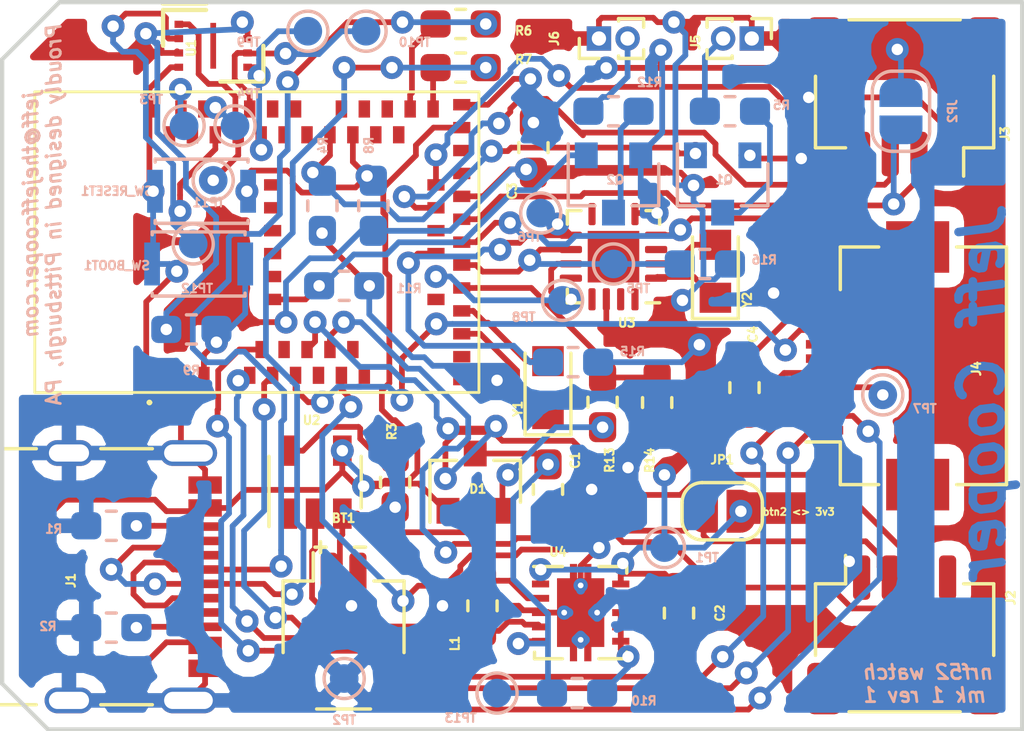
<source format=kicad_pcb>
(kicad_pcb (version 20171130) (host pcbnew "(5.0.0-rc2-200-g1f6f76beb)")
  (layers (0 F.Cu signal hide) (31 B.Cu signal hide) (34 B.Paste user hide) (35 F.Paste user hide) (36 B.SilkS user) (37 F.SilkS user) (38 B.Mask user hide) (39 F.Mask user hide) (44 Edge.Cuts user))
  (net 0 "")
  (net 1 +BATT)
  (net 2 GND)
  (net 3 VIN)
  (net 4 +3V3)
  (net 5 VBUS)
  (net 6 USB_DN)
  (net 7 USB_DP)
  (net 8 "Net-(J1-PadA5)")
  (net 9 "Net-(J1-PadB5)")
  (net 10 BTN1)
  (net 11 BTN2)
  (net 12 BTN3)
  (net 13 BTN6)
  (net 14 BTN5)
  (net 15 BTN4)
  (net 16 LCD_CLK)
  (net 17 LCD_MOSI)
  (net 18 LCD_CS)
  (net 19 "Net-(J5-Pad2)")
  (net 20 "Net-(L1-Pad1)")
  (net 21 "Net-(L1-Pad2)")
  (net 22 "Net-(R3-Pad1)")
  (net 23 FRONTLIGHT)
  (net 24 RST)
  (net 25 SWDIO)
  (net 26 SWDCLK)
  (net 27 "Net-(U3-Pad2)")
  (net 28 BOOTLOAD)
  (net 29 "Net-(R10-Pad2)")
  (net 30 EXTMODE)
  (net 31 "Net-(IC1-Pad17)")
  (net 32 "Net-(IC1-Pad18)")
  (net 33 "Net-(IC1-Pad34)")
  (net 34 "Net-(IC1-Pad35)")
  (net 35 FLASH_CS)
  (net 36 FLASH_CLK)
  (net 37 FLASH_DI)
  (net 38 FLASH_DO)
  (net 39 BUZZER)
  (net 40 "Net-(J6-Pad2)")
  (net 41 "Net-(U3-Pad1)")
  (net 42 SQW)
  (net 43 SDA)
  (net 44 SCL)
  (net 45 RTC_IRQ)
  (net 46 "Net-(Q1-Pad3)")
  (net 47 "Net-(Q2-Pad3)")
  (net 48 BATREAD)
  (module Capacitor_SMD:C_0603_1608Metric_Pad1.05x0.95mm_HandSolder (layer F.Cu) (at 19.05 17.018 270)
    (fp_text reference C1 (at -1.018 -0.95 270) (layer F.SilkS) (effects (font (size 0.3 0.3) (thickness 0.075))))
    (fp_text value 10uF)
    (pad 2 smd roundrect (at 0.875 0 270) (size 1.05 0.95) (layers F.Cu F.Paste F.Mask) (net 2 GND))
    (pad 1 smd roundrect (at -0.875 0 270) (size 1.05 0.95) (layers F.Cu F.Paste F.Mask) (net 3 VIN))
  )
  (module Capacitor_SMD:C_0603_1608Metric_Pad1.05x0.95mm_HandSolder (layer F.Cu) (at 23.622 21.336 270)
    (fp_text reference C2 (at 0 -1.43 270) (layer F.SilkS) (effects (font (size 0.3 0.3) (thickness 0.075))))
    (fp_text value 22uF)
    (pad 2 smd roundrect (at 0.875 0 270) (size 1.05 0.95) (layers F.Cu F.Paste F.Mask) (net 2 GND))
    (pad 1 smd roundrect (at -0.875 0 270) (size 1.05 0.95) (layers F.Cu F.Paste F.Mask) (net 4 +3V3))
  )
  (module Capacitor_SMD:C_0603_1608Metric_Pad1.05x0.95mm_HandSolder (layer F.Cu) (at 18.542 5.08 90)
    (fp_text reference C3 (at -1.52 -0.742 90) (layer F.SilkS) (effects (font (size 0.3 0.3) (thickness 0.075))))
    (fp_text value 22uF)
    (pad 1 smd roundrect (at -0.875 0 90) (size 1.05 0.95) (layers F.Cu F.Paste F.Mask) (net 4 +3V3))
    (pad 2 smd roundrect (at 0.875 0 90) (size 1.05 0.95) (layers F.Cu F.Paste F.Mask) (net 2 GND))
  )
  (module Capacitor_SMD:C_0603_1608Metric_Pad1.05x0.95mm_HandSolder (layer F.Cu) (at 25.908 13.462 90)
    (fp_text reference C4 (at 1.862 0.292 90) (layer F.SilkS) (effects (font (size 0.3 0.3) (thickness 0.075))))
    (fp_text value 1uF)
    (pad 1 smd roundrect (at -0.875 0 90) (size 1.05 0.95) (layers F.Cu F.Paste F.Mask) (net 4 +3V3))
    (pad 2 smd roundrect (at 0.875 0 90) (size 1.05 0.95) (layers F.Cu F.Paste F.Mask) (net 2 GND))
  )
  (module Connector_USB:USB_C_Receptacle_Palconn_UTC16-G (layer F.Cu) (at 4.572 20.066 270)
    (fp_text reference J1 (at 0.134 2.172 270) (layer F.SilkS) (effects (font (size 0.3 0.3) (thickness 0.075))))
    (fp_text value USB_C_Receptacle_USB2.0)
    (pad S1 thru_hole oval (at -4.32 -1.93) (size 2 0.9) (drill oval 1.7 0.6) (layers *.Cu *.Mask) (net 2 GND))
    (pad S1 thru_hole oval (at 4.32 -1.93) (size 2 0.9) (drill oval 1.7 0.6) (layers *.Cu *.Mask) (net 2 GND))
    (pad S1 thru_hole oval (at -4.32 2.24) (size 1.7 0.9) (drill oval 1.4 0.6) (layers *.Cu *.Mask) (net 2 GND))
    (pad S1 thru_hole oval (at 4.32 2.24) (size 1.7 0.9) (drill oval 1.4 0.6) (layers *.Cu *.Mask) (net 2 GND))
    (pad B7 smd rect (at -0.75 -2.51 90) (size 0.3 1.16) (layers F.Cu F.Paste F.Mask) (net 6 USB_DN))
    (pad A6 smd rect (at -0.25 -2.51 90) (size 0.3 1.16) (layers F.Cu F.Paste F.Mask) (net 7 USB_DP))
    (pad A7 smd rect (at 0.25 -2.51 90) (size 0.3 1.16) (layers F.Cu F.Paste F.Mask) (net 6 USB_DN))
    (pad B8 smd rect (at -1.75 -2.51 90) (size 0.3 1.16) (layers F.Cu F.Paste F.Mask))
    (pad A5 smd rect (at -1.25 -2.51 90) (size 0.3 1.16) (layers F.Cu F.Paste F.Mask) (net 8 "Net-(J1-PadA5)"))
    (pad A8 smd rect (at 1.25 -2.51 90) (size 0.3 1.16) (layers F.Cu F.Paste F.Mask))
    (pad B6 smd rect (at 0.75 -2.51 90) (size 0.3 1.16) (layers F.Cu F.Paste F.Mask) (net 7 USB_DP))
    (pad B5 smd rect (at 1.75 -2.51 90) (size 0.3 1.16) (layers F.Cu F.Paste F.Mask) (net 9 "Net-(J1-PadB5)"))
    (pad "" np_thru_hole circle (at 2.89 -1.45 90) (size 0.6 0.6) (drill 0.6) (layers *.Cu *.Mask))
    (pad "" np_thru_hole circle (at -2.89 -1.45 90) (size 0.6 0.6) (drill 0.6) (layers *.Cu *.Mask))
    (pad A4 smd rect (at -2.4 -2.51 270) (size 0.6 1.16) (layers F.Cu F.Paste F.Mask) (net 5 VBUS))
    (pad B9 smd rect (at -2.4 -2.51 270) (size 0.6 1.16) (layers F.Cu F.Paste F.Mask) (net 5 VBUS))
    (pad A1 smd rect (at -3.2 -2.51 270) (size 0.6 1.16) (layers F.Cu F.Paste F.Mask) (net 2 GND))
    (pad B12 smd rect (at -3.2 -2.51 270) (size 0.6 1.16) (layers F.Cu F.Paste F.Mask) (net 2 GND))
    (pad B4 smd rect (at 2.4 -2.51 270) (size 0.6 1.16) (layers F.Cu F.Paste F.Mask) (net 5 VBUS))
    (pad B1 smd rect (at 3.2 -2.51 270) (size 0.6 1.16) (layers F.Cu F.Paste F.Mask) (net 2 GND))
    (pad A9 smd rect (at 2.4 -2.51 270) (size 0.6 1.16) (layers F.Cu F.Paste F.Mask) (net 5 VBUS))
    (pad A12 smd rect (at 3.2 -2.51 270) (size 0.6 1.16) (layers F.Cu F.Paste F.Mask) (net 2 GND))
  )
  (module Connector_FFC-FPC:Hirose_FH12-10S-0.5SH_1x10-1MP_P0.50mm_Horizontal (layer F.Cu) (at 30.552 12.7 90)
    (fp_text reference J4 (at -0.1 3.448 90) (layer F.SilkS) (effects (font (size 0.3 0.3) (thickness 0.075))))
    (fp_text value "Memory LCD")
    (pad MP smd rect (at 4.15 1.4 90) (size 1.8 2.2) (layers F.Cu F.Paste F.Mask))
    (pad MP smd rect (at -4.15 1.4 90) (size 1.8 2.2) (layers F.Cu F.Paste F.Mask))
    (pad 1 smd rect (at -2.25 -1.85 90) (size 0.3 1.3) (layers F.Cu F.Paste F.Mask) (net 16 LCD_CLK))
    (pad 2 smd rect (at -1.75 -1.85 90) (size 0.3 1.3) (layers F.Cu F.Paste F.Mask) (net 17 LCD_MOSI))
    (pad 3 smd rect (at -1.25 -1.85 90) (size 0.3 1.3) (layers F.Cu F.Paste F.Mask) (net 18 LCD_CS))
    (pad 4 smd rect (at -0.75 -1.85 90) (size 0.3 1.3) (layers F.Cu F.Paste F.Mask) (net 42 SQW))
    (pad 5 smd rect (at -0.25 -1.85 90) (size 0.3 1.3) (layers F.Cu F.Paste F.Mask) (net 4 +3V3))
    (pad 6 smd rect (at 0.25 -1.85 90) (size 0.3 1.3) (layers F.Cu F.Paste F.Mask) (net 4 +3V3))
    (pad 7 smd rect (at 0.75 -1.85 90) (size 0.3 1.3) (layers F.Cu F.Paste F.Mask) (net 4 +3V3))
    (pad 8 smd rect (at 1.25 -1.85 90) (size 0.3 1.3) (layers F.Cu F.Paste F.Mask) (net 30 EXTMODE))
    (pad 9 smd rect (at 1.75 -1.85 90) (size 0.3 1.3) (layers F.Cu F.Paste F.Mask) (net 2 GND))
    (pad 10 smd rect (at 2.25 -1.85 90) (size 0.3 1.3) (layers F.Cu F.Paste F.Mask) (net 2 GND))
  )
  (module Connector_PinHeader_1.00mm:PinHeader_1x02_P1.00mm_Vertical (layer F.Cu) (at 26.162 1.27 270)
    (fp_text reference J5 (at 0.13 1.962 270) (layer F.SilkS) (effects (font (size 0.3 0.3) (thickness 0.075))))
    (fp_text value "LCD Frontlight")
    (pad 1 thru_hole rect (at 0 0 270) (size 0.85 0.85) (drill 0.5) (layers *.Cu *.Mask) (net 4 +3V3))
    (pad 2 thru_hole oval (at 0 1 270) (size 0.85 0.85) (drill 0.5) (layers *.Cu *.Mask) (net 19 "Net-(J5-Pad2)"))
  )
  (module Inductor_SMD:L_0603_1608Metric_Pad1.05x0.95mm_HandSolder (layer F.Cu) (at 16.764 21.082 90)
    (fp_text reference L1 (at -1.318 -0.964 90) (layer F.SilkS) (effects (font (size 0.3 0.3) (thickness 0.075))))
    (fp_text value 1uF)
    (pad 1 smd roundrect (at -0.875 0 90) (size 1.05 0.95) (layers F.Cu F.Paste F.Mask) (net 20 "Net-(L1-Pad1)"))
    (pad 2 smd roundrect (at 0.875 0 90) (size 1.05 0.95) (layers F.Cu F.Paste F.Mask) (net 21 "Net-(L1-Pad2)"))
  )
  (module Package_TO_SOT_SMD:SOT-23 (layer B.Cu) (at 25.146 6.35 270)
    (fp_text reference Q1 (at -0.15 -0.054) (layer B.SilkS) (effects (font (size 0.3 0.3) (thickness 0.075)) (justify mirror)))
    (fp_text value DMN6140L)
    (pad 1 smd rect (at -1 0.95 270) (size 0.9 0.8) (layers B.Cu B.Paste B.Mask) (net 23 FRONTLIGHT))
    (pad 2 smd rect (at -1 -0.95 270) (size 0.9 0.8) (layers B.Cu B.Paste B.Mask) (net 2 GND))
    (pad 3 smd rect (at 1 0 270) (size 0.9 0.8) (layers B.Cu B.Paste B.Mask) (net 46 "Net-(Q1-Pad3)"))
  )
  (module Resistor_SMD:R_0603_1608Metric_Pad1.05x0.95mm_HandSolder (layer B.Cu) (at 3.81 18.288)
    (fp_text reference R1 (at -2.01 0.112) (layer B.SilkS) (effects (font (size 0.3 0.3) (thickness 0.075)) (justify mirror)))
    (fp_text value 5.1k)
    (pad 2 smd roundrect (at 0.875 0) (size 1.05 0.95) (layers B.Cu B.Paste B.Mask) (net 8 "Net-(J1-PadA5)"))
    (pad 1 smd roundrect (at -0.875 0) (size 1.05 0.95) (layers B.Cu B.Paste B.Mask) (net 2 GND))
  )
  (module Resistor_SMD:R_0603_1608Metric_Pad1.05x0.95mm_HandSolder (layer B.Cu) (at 3.81 21.844)
    (fp_text reference R2 (at -2.21 -0.044) (layer B.SilkS) (effects (font (size 0.3 0.3) (thickness 0.075)) (justify mirror)))
    (fp_text value 5.1k)
    (pad 1 smd roundrect (at -0.875 0) (size 1.05 0.95) (layers B.Cu B.Paste B.Mask) (net 2 GND))
    (pad 2 smd roundrect (at 0.875 0) (size 1.05 0.95) (layers B.Cu B.Paste B.Mask) (net 9 "Net-(J1-PadB5)"))
  )
  (module Resistor_SMD:R_0603_1608Metric_Pad1.05x0.95mm_HandSolder (layer F.Cu) (at 13.716 16.764 270)
    (fp_text reference R3 (at -1.764 0.116 270) (layer F.SilkS) (effects (font (size 0.3 0.3) (thickness 0.075))))
    (fp_text value 12.5k)
    (pad 1 smd roundrect (at -0.875 0 270) (size 1.05 0.95) (layers F.Cu F.Paste F.Mask) (net 22 "Net-(R3-Pad1)"))
    (pad 2 smd roundrect (at 0.875 0 270) (size 1.05 0.95) (layers F.Cu F.Paste F.Mask) (net 2 GND))
  )
  (module Resistor_SMD:R_0603_1608Metric_Pad1.05x0.95mm_HandSolder (layer B.Cu) (at 11.176 7.112 90)
    (fp_text reference R4 (at 2.112 0.024 90) (layer B.SilkS) (effects (font (size 0.3 0.3) (thickness 0.075)) (justify mirror)))
    (fp_text value R)
    (pad 2 smd roundrect (at 0.875 0 90) (size 1.05 0.95) (layers B.Cu B.Paste B.Mask) (net 23 FRONTLIGHT))
    (pad 1 smd roundrect (at -0.875 0 90) (size 1.05 0.95) (layers B.Cu B.Paste B.Mask) (net 2 GND))
  )
  (module Resistor_SMD:R_0603_1608Metric_Pad1.05x0.95mm_HandSolder (layer B.Cu) (at 25.4 3.81)
    (fp_text reference R5 (at 1.8 -0.21) (layer B.SilkS) (effects (font (size 0.3 0.3) (thickness 0.075)) (justify mirror)))
    (fp_text value R)
    (pad 1 smd roundrect (at -0.875 0) (size 1.05 0.95) (layers B.Cu B.Paste B.Mask) (net 19 "Net-(J5-Pad2)"))
    (pad 2 smd roundrect (at 0.875 0) (size 1.05 0.95) (layers B.Cu B.Paste B.Mask) (net 46 "Net-(Q1-Pad3)"))
  )
  (module Package_TO_SOT_SMD:SOT-23-5 (layer F.Cu) (at 10.922 16.764 90)
    (fp_text reference U2 (at 2.164 -0.122 180) (layer F.SilkS) (effects (font (size 0.3 0.3) (thickness 0.075))))
    (fp_text value MCP73831-2-OT)
    (pad 1 smd rect (at -1.1 -0.95 90) (size 1.06 0.65) (layers F.Cu F.Paste F.Mask))
    (pad 2 smd rect (at -1.1 0 90) (size 1.06 0.65) (layers F.Cu F.Paste F.Mask) (net 2 GND))
    (pad 3 smd rect (at -1.1 0.95 90) (size 1.06 0.65) (layers F.Cu F.Paste F.Mask) (net 1 +BATT))
    (pad 4 smd rect (at 1.1 0.95 90) (size 1.06 0.65) (layers F.Cu F.Paste F.Mask) (net 5 VBUS))
    (pad 5 smd rect (at 1.1 -0.95 90) (size 1.06 0.65) (layers F.Cu F.Paste F.Mask) (net 22 "Net-(R3-Pad1)"))
  )
  (module Package_SON:Texas_DRC0010J_ThermalVias (layer F.Cu) (at 20.19 21.32)
    (fp_text reference U4 (at -0.79 -2.12) (layer F.SilkS) (effects (font (size 0.3 0.3) (thickness 0.075))))
    (fp_text value TPS63001)
    (pad 1 smd rect (at -1.4 -1) (size 0.6 0.24) (layers F.Cu F.Paste F.Mask) (net 4 +3V3))
    (pad 2 smd rect (at -1.4 -0.5) (size 0.6 0.24) (layers F.Cu F.Paste F.Mask) (net 21 "Net-(L1-Pad2)"))
    (pad 3 smd rect (at -1.4 0) (size 0.6 0.24) (layers F.Cu F.Paste F.Mask) (net 2 GND))
    (pad 4 smd rect (at -1.4 0.5) (size 0.6 0.24) (layers F.Cu F.Paste F.Mask) (net 20 "Net-(L1-Pad1)"))
    (pad 5 smd rect (at -1.4 1) (size 0.6 0.24) (layers F.Cu F.Paste F.Mask) (net 3 VIN))
    (pad 6 smd rect (at 1.4 1) (size 0.6 0.24) (layers F.Cu F.Paste F.Mask) (net 29 "Net-(R10-Pad2)"))
    (pad 7 smd rect (at 1.4 0.5) (size 0.6 0.24) (layers F.Cu F.Paste F.Mask) (net 29 "Net-(R10-Pad2)"))
    (pad 8 smd rect (at 1.4 0) (size 0.6 0.24) (layers F.Cu F.Paste F.Mask) (net 29 "Net-(R10-Pad2)"))
    (pad 9 smd rect (at 1.4 -0.5) (size 0.6 0.24) (layers F.Cu F.Paste F.Mask) (net 2 GND))
    (pad 10 smd rect (at 1.4 -1) (size 0.6 0.24) (layers F.Cu F.Paste F.Mask) (net 4 +3V3))
    (pad 11 smd custom (at 0 0) (size 1.65 2.4) (layers F.Cu F.Mask) (net 2 GND) (options (clearance outline) (anchor rect)) (primitives (gr_poly (pts (xy -0.375 -1.1) (xy -0.375 -1.7) (xy -0.125 -1.7) (xy -0.125 -1.1) (xy 0.125 -1.1) (xy 0.125 -1.7) (xy 0.375 -1.7) (xy 0.375 1.7) (xy 0.125 1.7) (xy 0.125 1.1) (xy -0.125 1.1) (xy -0.125 1.7) (xy -0.375 1.7)) (width 0))))
    (pad 11 thru_hole circle (at 0 0.95) (size 0.5 0.5) (drill 0.2) (layers *.Cu) (net 2 GND))
    (pad 11 thru_hole circle (at -0.575 0) (size 0.5 0.5) (drill 0.2) (layers *.Cu) (net 2 GND))
    (pad 11 thru_hole circle (at 0.575 0) (size 0.5 0.5) (drill 0.2) (layers *.Cu) (net 2 GND))
    (pad 11 thru_hole circle (at 0 -0.95) (size 0.5 0.5) (drill 0.2) (layers *.Cu) (net 2 GND))
  )
  (module Crystal:Crystal_SMD_2012-2Pin_2.0x1.2mm_HandSoldering (layer F.Cu) (at 19.05 13.462 90)
    (fp_text reference Y1 (at -0.738 -1.05 90) (layer F.SilkS) (effects (font (size 0.3 0.3) (thickness 0.075))))
    (fp_text value Crystal)
    (pad 1 smd rect (at -0.925 0 90) (size 1.05 1.1) (layers F.Cu F.Paste F.Mask) (net 31 "Net-(IC1-Pad17)"))
    (pad 2 smd rect (at 0.925 0 90) (size 1.05 1.1) (layers F.Cu F.Paste F.Mask) (net 32 "Net-(IC1-Pad18)"))
  )
  (module Crystal:Crystal_SMD_2012-2Pin_2.0x1.2mm_HandSoldering (layer F.Cu) (at 24.892 9.398 90)
    (fp_text reference Y2 (at -1.002 1.108 90) (layer F.SilkS) (effects (font (size 0.3 0.3) (thickness 0.075))))
    (fp_text value "32.768 kHz")
    (pad 2 smd rect (at 0.925 0 90) (size 1.05 1.1) (layers F.Cu F.Paste F.Mask) (net 27 "Net-(U3-Pad2)"))
    (pad 1 smd rect (at -0.925 0 90) (size 1.05 1.1) (layers F.Cu F.Paste F.Mask) (net 41 "Net-(U3-Pad1)"))
  )
  (module Resistor_SMD:R_0603_1608Metric_Pad1.05x0.95mm_HandSolder (layer F.Cu) (at 16.002 0.762 180)
    (fp_text reference R6 (at -2.198 -0.238 180) (layer F.SilkS) (effects (font (size 0.3 0.3) (thickness 0.075))))
    (fp_text value 27)
    (pad 1 smd roundrect (at -0.875 0 180) (size 1.05 0.95) (layers F.Cu F.Paste F.Mask) (net 7 USB_DP))
    (pad 2 smd roundrect (at 0.875 0 180) (size 1.05 0.95) (layers F.Cu F.Paste F.Mask) (net 34 "Net-(IC1-Pad35)"))
  )
  (module Resistor_SMD:R_0603_1608Metric_Pad1.05x0.95mm_HandSolder (layer F.Cu) (at 16.002 2.286 180)
    (fp_text reference R7 (at -2.198 0.286 180) (layer F.SilkS) (effects (font (size 0.3 0.3) (thickness 0.075))))
    (fp_text value 27)
    (pad 2 smd roundrect (at 0.875 0 180) (size 1.05 0.95) (layers F.Cu F.Paste F.Mask) (net 33 "Net-(IC1-Pad34)"))
    (pad 1 smd roundrect (at -0.875 0 180) (size 1.05 0.95) (layers F.Cu F.Paste F.Mask) (net 6 USB_DN))
  )
  (module Resistor_SMD:R_0603_1608Metric_Pad1.05x0.95mm_HandSolder (layer B.Cu) (at 12.954 7.112 90)
    (fp_text reference R8 (at 2.112 -0.154 90) (layer B.SilkS) (effects (font (size 0.3 0.3) (thickness 0.075)) (justify mirror)))
    (fp_text value 10k)
    (pad 2 smd roundrect (at 0.875 0 90) (size 1.05 0.95) (layers B.Cu B.Paste B.Mask) (net 24 RST))
    (pad 1 smd roundrect (at -0.875 0 90) (size 1.05 0.95) (layers B.Cu B.Paste B.Mask) (net 4 +3V3))
  )
  (module Resistor_SMD:R_0603_1608Metric_Pad1.05x0.95mm_HandSolder (layer B.Cu) (at 6.604 11.43)
    (fp_text reference R9 (at 0 1.43) (layer B.SilkS) (effects (font (size 0.3 0.3) (thickness 0.075)) (justify mirror)))
    (fp_text value 10k)
    (pad 1 smd roundrect (at -0.875 0) (size 1.05 0.95) (layers B.Cu B.Paste B.Mask) (net 4 +3V3))
    (pad 2 smd roundrect (at 0.875 0) (size 1.05 0.95) (layers B.Cu B.Paste B.Mask) (net 28 BOOTLOAD))
  )
  (module Button_Switch_SMD:SW_SPST_CK_KXT3 (layer B.Cu) (at 6.959 6.604 180)
    (fp_text reference SW_RESET1 (at 2.959 0.004 180) (layer B.SilkS) (effects (font (size 0.3 0.3) (thickness 0.075)) (justify mirror)))
    (fp_text value SW_Push)
    (pad 1 smd rect (at -1.625 0 180) (size 0.55 1.5) (layers B.Cu B.Paste B.Mask) (net 24 RST))
    (pad 2 smd rect (at 1.625 0 180) (size 0.55 1.5) (layers B.Cu B.Paste B.Mask) (net 2 GND))
  )
  (module Button_Switch_SMD:SW_SPST_CK_KXT3 (layer B.Cu) (at 6.858 9.144 180)
    (fp_text reference SW_BOOT1 (at 2.858 -0.056 180) (layer B.SilkS) (effects (font (size 0.3 0.3) (thickness 0.075)) (justify mirror)))
    (fp_text value SW_Push)
    (pad 2 smd rect (at 1.625 0 180) (size 0.55 1.5) (layers B.Cu B.Paste B.Mask) (net 2 GND))
    (pad 1 smd rect (at -1.625 0 180) (size 0.55 1.5) (layers B.Cu B.Paste B.Mask) (net 28 BOOTLOAD))
  )
  (module Resistor_SMD:R_0603_1608Metric_Pad1.05x0.95mm_HandSolder (layer B.Cu) (at 20.066 24.13)
    (fp_text reference R10 (at 2.334 0.27) (layer B.SilkS) (effects (font (size 0.3 0.3) (thickness 0.075)) (justify mirror)))
    (fp_text value 100)
    (pad 1 smd roundrect (at -0.875 0) (size 1.05 0.95) (layers B.Cu B.Paste B.Mask) (net 3 VIN))
    (pad 2 smd roundrect (at 0.875 0) (size 1.05 0.95) (layers B.Cu B.Paste B.Mask) (net 29 "Net-(R10-Pad2)"))
  )
  (module Connector_PinHeader_1.00mm:PinHeader_1x02_P1.00mm_Vertical (layer F.Cu) (at 20.828 1.27 90)
    (fp_text reference J6 (at 0 -1.56 90) (layer F.SilkS) (effects (font (size 0.3 0.3) (thickness 0.075))))
    (fp_text value Buzzer)
    (pad 1 thru_hole rect (at 0 0 90) (size 0.85 0.85) (drill 0.5) (layers *.Cu *.Mask) (net 4 +3V3))
    (pad 2 thru_hole oval (at 0 1 90) (size 0.85 0.85) (drill 0.5) (layers *.Cu *.Mask) (net 40 "Net-(J6-Pad2)"))
  )
  (module Package_TO_SOT_SMD:SOT-23 (layer B.Cu) (at 21.336 6.35 270)
    (fp_text reference Q2 (at -0.15 -0.064) (layer B.SilkS) (effects (font (size 0.3 0.3) (thickness 0.075)) (justify mirror)))
    (fp_text value DMN6140L)
    (pad 1 smd rect (at -1 0.95 270) (size 0.9 0.8) (layers B.Cu B.Paste B.Mask) (net 39 BUZZER))
    (pad 2 smd rect (at -1 -0.95 270) (size 0.9 0.8) (layers B.Cu B.Paste B.Mask) (net 2 GND))
    (pad 3 smd rect (at 1 0 270) (size 0.9 0.8) (layers B.Cu B.Paste B.Mask) (net 47 "Net-(Q2-Pad3)"))
  )
  (module Resistor_SMD:R_0603_1608Metric_Pad1.05x0.95mm_HandSolder (layer B.Cu) (at 11.938 9.906 180)
    (fp_text reference R11 (at -2.262 -0.094 180) (layer B.SilkS) (effects (font (size 0.3 0.3) (thickness 0.075)) (justify mirror)))
    (fp_text value R)
    (pad 1 smd roundrect (at -0.875 0 180) (size 1.05 0.95) (layers B.Cu B.Paste B.Mask) (net 2 GND))
    (pad 2 smd roundrect (at 0.875 0 180) (size 1.05 0.95) (layers B.Cu B.Paste B.Mask) (net 39 BUZZER))
  )
  (module Resistor_SMD:R_0603_1608Metric_Pad1.05x0.95mm_HandSolder (layer B.Cu) (at 21.336 3.81)
    (fp_text reference R12 (at 1.264 -1.01) (layer B.SilkS) (effects (font (size 0.3 0.3) (thickness 0.075)) (justify mirror)))
    (fp_text value R)
    (pad 2 smd roundrect (at 0.875 0) (size 1.05 0.95) (layers B.Cu B.Paste B.Mask) (net 47 "Net-(Q2-Pad3)"))
    (pad 1 smd roundrect (at -0.875 0) (size 1.05 0.95) (layers B.Cu B.Paste B.Mask) (net 40 "Net-(J6-Pad2)"))
  )
  (module libs:8-USON (layer F.Cu) (at 7.366 1.524)
    (fp_text reference U1 (at -0.766 0.076 90) (layer F.SilkS) (effects (font (size 0.3 0.3) (thickness 0.075))))
    (fp_text value W25X20CLUXIG hide)
    (pad 1 smd rect (at -1.2 -0.75) (size 0.3 0.25) (layers F.Cu F.Paste F.Mask) (net 35 FLASH_CS))
    (pad 2 smd rect (at -1.2 -0.25) (size 0.3 0.25) (layers F.Cu F.Paste F.Mask) (net 38 FLASH_DO))
    (pad 3 smd rect (at -1.2 0.25) (size 0.3 0.25) (layers F.Cu F.Paste F.Mask) (net 4 +3V3))
    (pad 4 smd rect (at -1.2 0.75) (size 0.3 0.25) (layers F.Cu F.Paste F.Mask) (net 2 GND))
    (pad 5 smd rect (at 1.2 0.75) (size 0.3 0.25) (layers F.Cu F.Paste F.Mask) (net 37 FLASH_DI))
    (pad 6 smd rect (at 1.2 0.25) (size 0.3 0.25) (layers F.Cu F.Paste F.Mask) (net 36 FLASH_CLK))
    (pad 7 smd rect (at 1.2 -0.25) (size 0.3 0.25) (layers F.Cu F.Paste F.Mask) (net 4 +3V3))
    (pad 8 smd rect (at 1.2 -0.75) (size 0.3 0.25) (layers F.Cu F.Paste F.Mask) (net 4 +3V3))
    (pad FLAG smd rect (at 0 0) (size 0.2 1.6) (layers F.Cu F.Paste F.Mask))
  )
  (module 113990582:113990582 (layer F.Cu) (at 8.89 8.382 90)
    (fp_text reference IC1 hide)
    (fp_text value 113990582 hide)
    (pad 1 smd rect (at -4.65 -3.75 180) (size 0.4 0.6) (layers F.Cu F.Paste F.Mask) (net 2 GND))
    (pad 2 smd rect (at -4.65 -2.65 180) (size 0.4 0.6) (layers F.Cu F.Paste F.Mask) (net 2 GND))
    (pad 3 smd rect (at -4.65 -1.85 180) (size 0.4 0.6) (layers F.Cu F.Paste F.Mask) (net 28 BOOTLOAD))
    (pad 4 smd rect (at -4.65 -0.25 180) (size 0.4 0.6) (layers F.Cu F.Paste F.Mask) (net 16 LCD_CLK))
    (pad 5 smd rect (at -3.75 0.15 180) (size 0.4 0.6) (layers F.Cu F.Paste F.Mask) (net 17 LCD_MOSI))
    (pad 6 smd rect (at -4.65 0.55 180) (size 0.4 0.6) (layers F.Cu F.Paste F.Mask) (net 18 LCD_CS))
    (pad 7 smd rect (at -3.75 0.95 180) (size 0.4 0.6) (layers F.Cu F.Paste F.Mask))
    (pad 8 smd rect (at -4.65 1.35 180) (size 0.4 0.6) (layers F.Cu F.Paste F.Mask) (net 30 EXTMODE))
    (pad 9 smd rect (at -3.75 1.75 180) (size 0.4 0.6) (layers F.Cu F.Paste F.Mask) (net 12 BTN3))
    (pad 10 smd rect (at -4.65 2.15 180) (size 0.4 0.6) (layers F.Cu F.Paste F.Mask))
    (pad 11 smd rect (at -3.75 2.55 180) (size 0.4 0.6) (layers F.Cu F.Paste F.Mask) (net 11 BTN2))
    (pad 12 smd rect (at -4.65 2.95 180) (size 0.4 0.6) (layers F.Cu F.Paste F.Mask) (net 10 BTN1))
    (pad 13 smd rect (at -3.75 3.35 180) (size 0.4 0.6) (layers F.Cu F.Paste F.Mask))
    (pad 14 smd rect (at -4.65 3.75 180) (size 0.4 0.6) (layers F.Cu F.Paste F.Mask))
    (pad 15 smd rect (at -4.8 7.15 90) (size 0.4 0.6) (layers F.Cu F.Paste F.Mask) (net 2 GND))
    (pad 16 smd rect (at -4 7.15 90) (size 0.4 0.6) (layers F.Cu F.Paste F.Mask))
    (pad 17 smd rect (at -3.2 7.15 90) (size 0.4 0.6) (layers F.Cu F.Paste F.Mask) (net 31 "Net-(IC1-Pad17)"))
    (pad 18 smd rect (at -2.4 7.15 90) (size 0.4 0.6) (layers F.Cu F.Paste F.Mask) (net 32 "Net-(IC1-Pad18)"))
    (pad 19 smd rect (at -2 6.25 90) (size 0.4 0.6) (layers F.Cu F.Paste F.Mask))
    (pad 20 smd rect (at -1.6 7.15 90) (size 0.4 0.6) (layers F.Cu F.Paste F.Mask) (net 48 BATREAD))
    (pad 21 smd rect (at -1.2 6.25 90) (size 0.4 0.6) (layers F.Cu F.Paste F.Mask) (net 45 RTC_IRQ))
    (pad 22 smd rect (at -0.8 7.15 90) (size 0.4 0.6) (layers F.Cu F.Paste F.Mask) (net 44 SCL))
    (pad 23 smd rect (at -0.4 6.25 90) (size 0.4 0.6) (layers F.Cu F.Paste F.Mask) (net 43 SDA))
    (pad 24 smd rect (at 0 7.15 90) (size 0.4 0.6) (layers F.Cu F.Paste F.Mask) (net 42 SQW))
    (pad 25 smd rect (at 0.4 6.25 90) (size 0.4 0.6) (layers F.Cu F.Paste F.Mask))
    (pad 26 smd rect (at 0.8 7.15 90) (size 0.4 0.6) (layers F.Cu F.Paste F.Mask) (net 13 BTN6))
    (pad 27 smd rect (at 1.2 6.25 90) (size 0.4 0.6) (layers F.Cu F.Paste F.Mask) (net 14 BTN5))
    (pad 28 smd rect (at 1.6 7.15 90) (size 0.4 0.6) (layers F.Cu F.Paste F.Mask) (net 4 +3V3))
    (pad 29 smd rect (at 2 6.25 90) (size 0.4 0.6) (layers F.Cu F.Paste F.Mask) (net 15 BTN4))
    (pad 30 smd rect (at 2.4 7.15 90) (size 0.4 0.6) (layers F.Cu F.Paste F.Mask))
    (pad 31 smd rect (at 3.2 7.15 90) (size 0.4 0.6) (layers F.Cu F.Paste F.Mask))
    (pad 32 smd rect (at 4 7.15 90) (size 0.4 0.6) (layers F.Cu F.Paste F.Mask) (net 5 VBUS))
    (pad 33 smd rect (at 4.8 7.15 90) (size 0.4 0.6) (layers F.Cu F.Paste F.Mask) (net 2 GND))
    (pad 34 smd rect (at 4.65 6.15 180) (size 0.4 0.6) (layers F.Cu F.Paste F.Mask) (net 33 "Net-(IC1-Pad34)"))
    (pad 35 smd rect (at 4.65 5.35 180) (size 0.4 0.6) (layers F.Cu F.Paste F.Mask) (net 34 "Net-(IC1-Pad35)"))
    (pad 36 smd rect (at 3.75 4.95 180) (size 0.4 0.6) (layers F.Cu F.Paste F.Mask))
    (pad 37 smd rect (at 4.65 4.55 180) (size 0.4 0.6) (layers F.Cu F.Paste F.Mask))
    (pad 38 smd rect (at 3.75 4.15 180) (size 0.4 0.6) (layers F.Cu F.Paste F.Mask))
    (pad 39 smd rect (at 4.65 3.75 180) (size 0.4 0.6) (layers F.Cu F.Paste F.Mask))
    (pad 40 smd rect (at 3.75 3.35 180) (size 0.4 0.6) (layers F.Cu F.Paste F.Mask) (net 24 RST))
    (pad 41 smd rect (at 4.65 2.95 180) (size 0.4 0.6) (layers F.Cu F.Paste F.Mask))
    (pad 42 smd rect (at 3.75 2.55 180) (size 0.4 0.6) (layers F.Cu F.Paste F.Mask) (net 23 FRONTLIGHT))
    (pad 43 smd rect (at 3.75 1.75 180) (size 0.4 0.6) (layers F.Cu F.Paste F.Mask))
    (pad 44 smd rect (at 4.65 1.35 180) (size 0.4 0.6) (layers F.Cu F.Paste F.Mask))
    (pad 45 smd rect (at 3.75 0.95 180) (size 0.4 0.6) (layers F.Cu F.Paste F.Mask))
    (pad 46 smd rect (at 4.65 0.55 180) (size 0.4 0.6) (layers F.Cu F.Paste F.Mask))
    (pad 47 smd rect (at 3.75 0.15 180) (size 0.4 0.6) (layers F.Cu F.Paste F.Mask) (net 37 FLASH_DI))
    (pad 48 smd rect (at 4.65 -0.25 180) (size 0.4 0.6) (layers F.Cu F.Paste F.Mask) (net 36 FLASH_CLK))
    (pad 49 smd rect (at 3.75 -0.65 180) (size 0.4 0.6) (layers F.Cu F.Paste F.Mask) (net 35 FLASH_CS))
    (pad 50 smd rect (at 3.75 -1.45 180) (size 0.4 0.6) (layers F.Cu F.Paste F.Mask) (net 38 FLASH_DO))
    (pad 51 smd rect (at 4.65 -1.85 180) (size 0.4 0.6) (layers F.Cu F.Paste F.Mask) (net 25 SWDIO))
    (pad 52 smd rect (at 3.75 -2.25 180) (size 0.4 0.6) (layers F.Cu F.Paste F.Mask))
    (pad 53 smd rect (at 4.65 -2.65 180) (size 0.4 0.6) (layers F.Cu F.Paste F.Mask) (net 26 SWDCLK))
    (pad 54 smd rect (at 3.75 -3.05 180) (size 0.4 0.6) (layers F.Cu F.Paste F.Mask))
    (pad 55 smd rect (at 4.65 -3.75 180) (size 0.4 0.6) (layers F.Cu F.Paste F.Mask) (net 2 GND))
    (pad 56 smd rect (at -2 0.55 90) (size 0.4 0.6) (layers F.Cu F.Paste F.Mask) (net 39 BUZZER))
    (pad 57 smd rect (at -1.2 0.55 90) (size 0.4 0.6) (layers F.Cu F.Paste F.Mask))
    (pad 58 smd rect (at -0.4 0.55 90) (size 0.4 0.6) (layers F.Cu F.Paste F.Mask))
    (pad 59 smd rect (at 0.4 0.55 90) (size 0.4 0.6) (layers F.Cu F.Paste F.Mask))
    (pad 60 smd rect (at 1.2 0.55 90) (size 0.4 0.6) (layers F.Cu F.Paste F.Mask))
    (pad 61 smd rect (at 2 0.55 90) (size 0.4 0.6) (layers F.Cu F.Paste F.Mask))
  )
  (module Package_DFN_QFN:VQFN-16-1EP_3x3mm_P0.5mm_EP1.8x1.8mm (layer F.Cu) (at 21.336 8.89 180)
    (fp_text reference U3 (at -0.464 -2.31 180) (layer F.SilkS) (effects (font (size 0.3 0.3) (thickness 0.075))))
    (fp_text value M41T62Q)
    (pad 1 smd roundrect (at -1.4875 -0.75 180) (size 0.775 0.25) (layers F.Cu F.Paste F.Mask) (net 41 "Net-(U3-Pad1)"))
    (pad 2 smd roundrect (at -1.4875 -0.25 180) (size 0.775 0.25) (layers F.Cu F.Paste F.Mask) (net 27 "Net-(U3-Pad2)"))
    (pad 3 smd roundrect (at -1.4875 0.25 180) (size 0.775 0.25) (layers F.Cu F.Paste F.Mask))
    (pad 4 smd roundrect (at -1.4875 0.75 180) (size 0.775 0.25) (layers F.Cu F.Paste F.Mask) (net 42 SQW))
    (pad 5 smd roundrect (at -0.75 1.4875 180) (size 0.25 0.775) (layers F.Cu F.Paste F.Mask) (net 2 GND))
    (pad 6 smd roundrect (at -0.25 1.4875 180) (size 0.25 0.775) (layers F.Cu F.Paste F.Mask))
    (pad 7 smd roundrect (at 0.25 1.4875 180) (size 0.25 0.775) (layers F.Cu F.Paste F.Mask))
    (pad 8 smd roundrect (at 0.75 1.4875 180) (size 0.25 0.775) (layers F.Cu F.Paste F.Mask))
    (pad 9 smd roundrect (at 1.4875 0.75 180) (size 0.775 0.25) (layers F.Cu F.Paste F.Mask) (net 43 SDA))
    (pad 10 smd roundrect (at 1.4875 0.25 180) (size 0.775 0.25) (layers F.Cu F.Paste F.Mask) (net 44 SCL))
    (pad 11 smd roundrect (at 1.4875 -0.25 180) (size 0.775 0.25) (layers F.Cu F.Paste F.Mask) (net 45 RTC_IRQ))
    (pad 12 smd roundrect (at 1.4875 -0.75 180) (size 0.775 0.25) (layers F.Cu F.Paste F.Mask))
    (pad 13 smd roundrect (at 0.75 -1.4875 180) (size 0.25 0.775) (layers F.Cu F.Paste F.Mask))
    (pad 14 smd roundrect (at 0.25 -1.4875 180) (size 0.25 0.775) (layers F.Cu F.Paste F.Mask) (net 4 +3V3))
    (pad 15 smd roundrect (at -0.25 -1.4875 180) (size 0.25 0.775) (layers F.Cu F.Paste F.Mask))
    (pad 16 smd roundrect (at -0.75 -1.4875 180) (size 0.25 0.775) (layers F.Cu F.Paste F.Mask))
    (pad 17 smd rect (at 0 0 180) (size 1.8 1.8) (layers F.Cu F.Mask))
  )
  (module Package_TO_SOT_SMD:SOT-23 (layer F.Cu) (at 16.51 16.764 90)
    (fp_text reference D1 (at -0.236 0.09 180) (layer F.SilkS) (effects (font (size 0.3 0.3) (thickness 0.075))))
    (fp_text value D_Schottky_x2_KCom_AAK)
    (pad 1 smd rect (at -1 -0.95 90) (size 0.9 0.8) (layers F.Cu F.Paste F.Mask) (net 5 VBUS))
    (pad 2 smd rect (at -1 0.95 90) (size 0.9 0.8) (layers F.Cu F.Paste F.Mask) (net 1 +BATT))
    (pad 3 smd rect (at 1 0 90) (size 0.9 0.8) (layers F.Cu F.Paste F.Mask) (net 3 VIN))
  )
  (module Connector_JST:JST_SH_SM04B-SRSS-TB_1x04-1MP_P1.00mm_Horizontal (layer F.Cu) (at 31.496 22.098)
    (fp_text reference J2 (at 3.704 -1.298 90) (layer F.SilkS) (effects (font (size 0.3 0.3) (thickness 0.075))))
    (fp_text value Conn_01x04_Female)
    (pad 1 smd roundrect (at -1.5 -2) (size 0.6 1.55) (layers F.Cu F.Paste F.Mask) (net 2 GND))
    (pad 2 smd roundrect (at -0.5 -2) (size 0.6 1.55) (layers F.Cu F.Paste F.Mask) (net 11 BTN2))
    (pad 3 smd roundrect (at 0.5 -2) (size 0.6 1.55) (layers F.Cu F.Paste F.Mask) (net 12 BTN3))
    (pad 4 smd roundrect (at 1.5 -2) (size 0.6 1.55) (layers F.Cu F.Paste F.Mask) (net 10 BTN1))
    (pad MP smd roundrect (at -2.8 1.875) (size 1.2 1.8) (layers F.Cu F.Paste F.Mask) (roundrect_rratio 0.208333))
    (pad MP smd roundrect (at 2.8 1.875) (size 1.2 1.8) (layers F.Cu F.Paste F.Mask) (roundrect_rratio 0.208333))
  )
  (module Connector_JST:JST_SH_SM04B-SRSS-TB_1x04-1MP_P1.00mm_Horizontal (layer F.Cu) (at 31.496 3.302 180)
    (fp_text reference J3 (at -3.504 -1.298 270) (layer F.SilkS) (effects (font (size 0.3 0.3) (thickness 0.075))))
    (fp_text value Conn_01x04_Female)
    (pad MP smd roundrect (at 2.8 1.875 180) (size 1.2 1.8) (layers F.Cu F.Paste F.Mask) (roundrect_rratio 0.208333))
    (pad MP smd roundrect (at -2.8 1.875 180) (size 1.2 1.8) (layers F.Cu F.Paste F.Mask) (roundrect_rratio 0.208333))
    (pad 4 smd roundrect (at 1.5 -2 180) (size 0.6 1.55) (layers F.Cu F.Paste F.Mask) (net 15 BTN4))
    (pad 3 smd roundrect (at 0.5 -2 180) (size 0.6 1.55) (layers F.Cu F.Paste F.Mask) (net 14 BTN5))
    (pad 2 smd roundrect (at -0.5 -2 180) (size 0.6 1.55) (layers F.Cu F.Paste F.Mask) (net 13 BTN6))
    (pad 1 smd roundrect (at -1.5 -2 180) (size 0.6 1.55) (layers F.Cu F.Paste F.Mask) (net 2 GND))
  )
  (module Connector_JST:JST_SH_SM02B-SRSS-TB_1x02-1MP_P1.00mm_Horizontal (layer F.Cu) (at 11.916 22.001)
    (fp_text reference BT1 (at 0 -3.98) (layer F.SilkS) (effects (font (size 0.3 0.3) (thickness 0.075))))
    (fp_text value Battery_Cell)
    (pad 1 smd roundrect (at -0.5 -2) (size 0.6 1.55) (layers F.Cu F.Paste F.Mask) (net 1 +BATT))
    (pad 2 smd roundrect (at 0.5 -2) (size 0.6 1.55) (layers F.Cu F.Paste F.Mask) (net 2 GND))
    (pad MP smd roundrect (at -1.8 1.875) (size 1.2 1.8) (layers F.Cu F.Paste F.Mask) (roundrect_rratio 0.208333))
    (pad MP smd roundrect (at 1.8 1.875) (size 1.2 1.8) (layers F.Cu F.Paste F.Mask) (roundrect_rratio 0.208333))
  )
  (module TestPoint:TestPoint_Pad_D1.0mm (layer B.Cu) (at 23.114 19.05)
    (fp_text reference TP1 (at 1.486 0.35) (layer B.SilkS) (effects (font (size 0.3 0.3) (thickness 0.075)) (justify mirror)))
    (fp_text value TestPoint)
    (pad 1 smd circle (at 0 0) (size 1 1) (layers B.Cu B.Mask) (net 4 +3V3))
  )
  (module TestPoint:TestPoint_Pad_D1.0mm (layer B.Cu) (at 11.938 23.622)
    (fp_text reference TP2 (at 0 1.448) (layer B.SilkS) (effects (font (size 0.3 0.3) (thickness 0.075)) (justify mirror)))
    (fp_text value TestPoint)
    (pad 1 smd circle (at 0 0) (size 1 1) (layers B.Cu B.Mask) (net 2 GND))
  )
  (module TestPoint:TestPoint_Pad_D1.0mm (layer B.Cu) (at 6.35 4.318)
    (fp_text reference TP3 (at -1.15 -0.918) (layer B.SilkS) (effects (font (size 0.3 0.3) (thickness 0.075)) (justify mirror)))
    (fp_text value TestPoint)
    (pad 1 smd circle (at 0 0) (size 1 1) (layers B.Cu B.Mask) (net 26 SWDCLK))
  )
  (module TestPoint:TestPoint_Pad_D1.0mm (layer B.Cu) (at 8.128 4.318)
    (fp_text reference TP4 (at 0.472 -1.118) (layer B.SilkS) (effects (font (size 0.3 0.3) (thickness 0.075)) (justify mirror)))
    (fp_text value TestPoint)
    (pad 1 smd circle (at 0 0) (size 1 1) (layers B.Cu B.Mask) (net 25 SWDIO))
  )
  (module TestPoint:TestPoint_Pad_D1.0mm (layer B.Cu) (at 21.336 9.144)
    (fp_text reference TP5 (at 0.864 0.856) (layer B.SilkS) (effects (font (size 0.3 0.3) (thickness 0.075)) (justify mirror)))
    (fp_text value TestPoint)
    (pad 1 smd circle (at 0 0) (size 1 1) (layers B.Cu B.Mask) (net 44 SCL))
  )
  (module TestPoint:TestPoint_Pad_D1.0mm (layer B.Cu) (at 18.796 7.366)
    (fp_text reference TP6 (at -0.396 0.834) (layer B.SilkS) (effects (font (size 0.3 0.3) (thickness 0.075)) (justify mirror)))
    (fp_text value TestPoint)
    (pad 1 smd circle (at 0 0) (size 1 1) (layers B.Cu B.Mask) (net 43 SDA))
  )
  (module TestPoint:TestPoint_Pad_D1.0mm (layer B.Cu) (at 30.734 13.716)
    (fp_text reference TP7 (at 1.466 0.484) (layer B.SilkS) (effects (font (size 0.3 0.3) (thickness 0.075)) (justify mirror)))
    (fp_text value TestPoint)
    (pad 1 smd circle (at 0 0) (size 1 1) (layers B.Cu B.Mask) (net 42 SQW))
  )
  (module TestPoint:TestPoint_Pad_D1.0mm (layer B.Cu) (at 19.558 10.414)
    (fp_text reference TP8 (at -1.358 0.586) (layer B.SilkS) (effects (font (size 0.3 0.3) (thickness 0.075)) (justify mirror)))
    (fp_text value TestPoint)
    (pad 1 smd circle (at 0 0) (size 1 1) (layers B.Cu B.Mask) (net 45 RTC_IRQ))
  )
  (module TestPoint:TestPoint_Pad_D1.0mm (layer B.Cu) (at 10.668 1.016)
    (fp_text reference TP9 (at -2.068 0.384) (layer B.SilkS) (effects (font (size 0.3 0.3) (thickness 0.075)) (justify mirror)))
    (fp_text value TestPoint)
    (pad 1 smd circle (at 0 0) (size 1 1) (layers B.Cu B.Mask) (net 37 FLASH_DI))
  )
  (module TestPoint:TestPoint_Pad_D1.0mm (layer B.Cu) (at 12.7 1.016)
    (fp_text reference TP10 (at 1.7 0.384) (layer B.SilkS) (effects (font (size 0.3 0.3) (thickness 0.075)) (justify mirror)))
    (fp_text value TestPoint)
    (pad 1 smd circle (at 0 0) (size 1 1) (layers B.Cu B.Mask) (net 36 FLASH_CLK))
  )
  (module TestPoint:TestPoint_Pad_D1.0mm (layer B.Cu) (at 7.366 6.223)
    (fp_text reference TP11 (at -0.166 0.777) (layer B.SilkS) (effects (font (size 0.3 0.3) (thickness 0.075)) (justify mirror)))
    (fp_text value TestPoint)
    (pad 1 smd circle (at 0 0) (size 1 1) (layers B.Cu B.Mask) (net 35 FLASH_CS))
  )
  (module TestPoint:TestPoint_Pad_D1.0mm (layer B.Cu) (at 6.6675 8.4455)
    (fp_text reference TP12 (at 0.1325 1.5545) (layer B.SilkS) (effects (font (size 0.3 0.3) (thickness 0.075)) (justify mirror)))
    (fp_text value TestPoint)
    (pad 1 smd circle (at 0 0) (size 1 1) (layers B.Cu B.Mask) (net 38 FLASH_DO))
  )
  (module TestPoint:TestPoint_Pad_D1.0mm (layer B.Cu) (at 17.272 24.13)
    (fp_text reference TP13 (at -1.272 0.87) (layer B.SilkS) (effects (font (size 0.3 0.3) (thickness 0.075)) (justify mirror)))
    (fp_text value TestPoint)
    (pad 1 smd circle (at 0 0) (size 1 1) (layers B.Cu B.Mask) (net 3 VIN))
  )
  (module Resistor_SMD:R_0603_1608Metric_Pad1.05x0.95mm_HandSolder (layer F.Cu) (at 20.955 13.97 90)
    (fp_text reference R13 (at -2.03 0.245 90) (layer F.SilkS) (effects (font (size 0.3 0.3) (thickness 0.075))))
    (fp_text value 2M)
    (pad 1 smd roundrect (at -0.875 0 90) (size 1.05 0.95) (layers F.Cu F.Paste F.Mask) (net 1 +BATT))
    (pad 2 smd roundrect (at 0.875 0 90) (size 1.05 0.95) (layers F.Cu F.Paste F.Mask) (net 48 BATREAD))
  )
  (module Resistor_SMD:R_0603_1608Metric_Pad1.05x0.95mm_HandSolder (layer F.Cu) (at 22.86 13.984 270)
    (fp_text reference R14 (at 2.016 0.26 270) (layer F.SilkS) (effects (font (size 0.3 0.3) (thickness 0.075))))
    (fp_text value 4M)
    (pad 2 smd roundrect (at 0.875 0 270) (size 1.05 0.95) (layers F.Cu F.Paste F.Mask) (net 2 GND))
    (pad 1 smd roundrect (at -0.875 0 270) (size 1.05 0.95) (layers F.Cu F.Paste F.Mask) (net 48 BATREAD))
  )
  (module Jumper:SolderJumper-2_P1.3mm_Open_RoundedPad1.0x1.5mm (layer F.Cu) (at 25.131 17.78)
    (fp_text reference JP1 (at 0 -1.8) (layer F.SilkS) (effects (font (size 0.3 0.3) (thickness 0.075))))
    (fp_text value Jumper_NO_Small)
    (pad 1 smd custom (at -0.65 0) (size 1 0.5) (layers F.Cu F.Mask) (net 11 BTN2) (options (clearance outline) (anchor rect)) (primitives (gr_circle (center 0 0.25) (end 0.5 0.25) (width 0)) (gr_circle (center 0 -0.25) (end 0.5 -0.25) (width 0)) (gr_poly (pts (xy 0 -0.75) (xy 0.5 -0.75) (xy 0.5 0.75) (xy 0 0.75)) (width 0))))
    (pad 2 smd custom (at 0.65 0) (size 1 0.5) (layers F.Cu F.Mask) (net 4 +3V3) (options (clearance outline) (anchor rect)) (primitives (gr_circle (center 0 0.25) (end 0.5 0.25) (width 0)) (gr_circle (center 0 -0.25) (end 0.5 -0.25) (width 0)) (gr_poly (pts (xy 0 -0.75) (xy -0.5 -0.75) (xy -0.5 0.75) (xy 0 0.75)) (width 0))))
  )
  (module Jumper:SolderJumper-2_P1.3mm_Open_RoundedPad1.0x1.5mm (layer B.Cu) (at 31.369 3.81 90)
    (fp_text reference JP2 (at 0 1.8 90) (layer B.SilkS) (effects (font (size 0.3 0.3) (thickness 0.075)) (justify mirror)))
    (fp_text value Jumper_NO_Small)
    (pad 2 smd custom (at 0.65 0 90) (size 1 0.5) (layers B.Cu B.Mask) (net 4 +3V3) (options (clearance outline) (anchor rect)) (primitives (gr_circle (center 0 -0.25) (end 0.5 -0.25) (width 0)) (gr_circle (center 0 0.25) (end 0.5 0.25) (width 0)) (gr_poly (pts (xy 0 0.75) (xy -0.5 0.75) (xy -0.5 -0.75) (xy 0 -0.75)) (width 0))))
    (pad 1 smd custom (at -0.65 0 90) (size 1 0.5) (layers B.Cu B.Mask) (net 13 BTN6) (options (clearance outline) (anchor rect)) (primitives (gr_circle (center 0 -0.25) (end 0.5 -0.25) (width 0)) (gr_circle (center 0 0.25) (end 0.5 0.25) (width 0)) (gr_poly (pts (xy 0 0.75) (xy 0.5 0.75) (xy 0.5 -0.75) (xy 0 -0.75)) (width 0))))
  )
  (module Resistor_SMD:R_0603_1608Metric_Pad1.05x0.95mm_HandSolder (layer B.Cu) (at 19.925 12.573 180)
    (fp_text reference R15 (at -2.075 0.373 180) (layer B.SilkS) (effects (font (size 0.3 0.3) (thickness 0.075)) (justify mirror)))
    (fp_text value 4k7)
    (pad 1 smd roundrect (at -0.875 0 180) (size 1.05 0.95) (layers B.Cu B.Paste B.Mask) (net 4 +3V3))
    (pad 2 smd roundrect (at 0.875 0 180) (size 1.05 0.95) (layers B.Cu B.Paste B.Mask) (net 43 SDA))
  )
  (module Resistor_SMD:R_0603_1608Metric_Pad1.05x0.95mm_HandSolder (layer B.Cu) (at 24.525 9.144 180)
    (fp_text reference R16 (at -2.075 0.144 180) (layer B.SilkS) (effects (font (size 0.3 0.3) (thickness 0.075)) (justify mirror)))
    (fp_text value 4k7)
    (pad 2 smd roundrect (at 0.875 0 180) (size 1.05 0.95) (layers B.Cu B.Paste B.Mask) (net 44 SCL))
    (pad 1 smd roundrect (at -0.875 0 180) (size 1.05 0.95) (layers B.Cu B.Paste B.Mask) (net 4 +3V3))
  )
  (gr_text "nrf52 watch\nmk 1 rev 1" (at 30 23.8) (layer B.SilkS) (effects (font (size 0.5 0.5) (thickness 0.1) italic) (justify right mirror)))
  (gr_text "jeff@thejeffcooper.com\nProudly designed in Pittsburgh, PA" (at 1.4 7.4 90) (layer B.SilkS) (effects (font (size 0.5 0.5) (thickness 0.1) italic) (justify mirror)))
  (gr_text "Jeff Cooper" (at 34.2 13.6 90) (layer B.Cu) (effects (font (size 1.5 1.5) (thickness 0.3) italic) (justify mirror)))
  (gr_text "btn2 <> 3v3" (at 27.8 17.8) (layer F.SilkS) (effects (font (size 0.25 0.25) (thickness 0.0625))))
  (gr_text "+  -" (at 11.8 19) (layer F.SilkS) (effects (font (size 0.5 0.5) (thickness 0.125))))
  (gr_line (start 35.6 25.4) (end 1.6 25.4) (layer Edge.Cuts) (width 0.15))
  (gr_line (start 35.6 0) (end 35.6 25.4) (layer Edge.Cuts) (width 0.15))
  (gr_line (start 2 0) (end 35.6 0) (layer Edge.Cuts) (width 0.15))
  (gr_line (start 0 2) (end 2 0) (layer Edge.Cuts) (width 0.15))
  (gr_line (start 0 23.8) (end 0 2) (layer Edge.Cuts) (width 0.15))
  (gr_line (start 1.6 25.4) (end 0 23.8) (layer Edge.Cuts) (width 0.15))
  (segment (start 11.872 18.594) (end 11.872 17.864) (width 0.2) (layer F.Cu) (net 1))
  (segment (start 11.78671 18.67929) (end 11.872 18.594) (width 0.2) (layer F.Cu) (net 1))
  (segment (start 11.78671 19.63029) (end 11.78671 18.67929) (width 0.2) (layer F.Cu) (net 1))
  (segment (start 11.416 20.001) (end 11.78671 19.63029) (width 0.2) (layer F.Cu) (net 1))
  (segment (start 12.397 17.864) (end 13.047001 18.514001) (width 0.2) (layer F.Cu) (net 1))
  (segment (start 16.86 17.764) (end 17.46 17.764) (width 0.2) (layer F.Cu) (net 1))
  (segment (start 13.047001 18.514001) (end 16.109999 18.514001) (width 0.2) (layer F.Cu) (net 1))
  (segment (start 11.872 17.864) (end 12.397 17.864) (width 0.2) (layer F.Cu) (net 1))
  (segment (start 16.109999 18.514001) (end 16.86 17.764) (width 0.2) (layer F.Cu) (net 1))
  (segment (start 17.46 17.764) (end 17.46 16.703) (width 0.2) (layer F.Cu) (net 1))
  (via (at 17.653 16.51) (size 0.8) (drill 0.4) (layers F.Cu B.Cu) (net 1))
  (segment (start 17.46 16.703) (end 17.653 16.51) (width 0.2) (layer F.Cu) (net 1))
  (via (at 20.955 14.845) (size 0.8) (drill 0.4) (layers F.Cu B.Cu) (net 1))
  (segment (start 17.653 16.51) (end 19.318 14.845) (width 0.2) (layer B.Cu) (net 1))
  (segment (start 19.318 14.845) (end 20.955 14.845) (width 0.2) (layer B.Cu) (net 1))
  (segment (start 20.69 20.82) (end 21.59 20.82) (width 0.2) (layer F.Cu) (net 2))
  (segment (start 20.19 21.32) (end 20.69 20.82) (width 0.2) (layer F.Cu) (net 2))
  (segment (start 22.231 20.82) (end 23.622 22.211) (width 0.2) (layer F.Cu) (net 2))
  (segment (start 21.59 20.82) (end 22.231 20.82) (width 0.2) (layer F.Cu) (net 2))
  (segment (start 20.19 21.32) (end 18.79 21.32) (width 0.2) (layer F.Cu) (net 2))
  (via (at 20.828 19.05) (size 0.8) (drill 0.4) (layers F.Cu B.Cu) (net 2))
  (segment (start 20.19 19.688) (end 20.828 19.05) (width 0.2) (layer F.Cu) (net 2))
  (segment (start 20.19 20.37) (end 20.19 19.688) (width 0.2) (layer F.Cu) (net 2))
  (via (at 20.574 17.018) (size 0.8) (drill 0.4) (layers F.Cu B.Cu) (net 2))
  (segment (start 20.828 17.272) (end 20.574 17.018) (width 0.2) (layer B.Cu) (net 2))
  (segment (start 20.828 19.05) (end 20.828 17.272) (width 0.2) (layer B.Cu) (net 2))
  (segment (start 19.699 17.893) (end 19.05 17.893) (width 0.2) (layer F.Cu) (net 2))
  (segment (start 20.574 17.018) (end 19.699 17.893) (width 0.2) (layer F.Cu) (net 2))
  (segment (start 28.702 10.45) (end 28.702 10.95) (width 0.2) (layer F.Cu) (net 2))
  (segment (start 28.702 10.95) (end 27.545 10.95) (width 0.2) (layer F.Cu) (net 2))
  (segment (start 27.545 10.95) (end 25.908 12.587) (width 0.2) (layer F.Cu) (net 2))
  (via (at 12.813 9.906) (size 0.8) (drill 0.4) (layers F.Cu B.Cu) (net 2))
  (via (at 6.096 9.398) (size 0.8) (drill 0.4) (layers F.Cu B.Cu) (net 2))
  (segment (start 5.233 9.144) (end 5.842 9.144) (width 0.2) (layer B.Cu) (net 2))
  (segment (start 5.842 9.144) (end 6.096 9.398) (width 0.2) (layer B.Cu) (net 2))
  (segment (start 6.24 13.032) (end 5.14 13.032) (width 0.2) (layer F.Cu) (net 2))
  (segment (start 6.24 15.484) (end 6.502 15.746) (width 0.2) (layer F.Cu) (net 2))
  (segment (start 6.24 13.032) (end 6.24 15.484) (width 0.2) (layer F.Cu) (net 2))
  (segment (start 7.082 16.326) (end 6.502 15.746) (width 0.2) (layer F.Cu) (net 2))
  (segment (start 7.082 16.866) (end 7.082 16.326) (width 0.2) (layer F.Cu) (net 2))
  (via (at 26.924 10.16) (size 0.8) (drill 0.4) (layers F.Cu B.Cu) (net 2))
  (segment (start 28.702 10.45) (end 27.214 10.45) (width 0.2) (layer F.Cu) (net 2))
  (segment (start 27.214 10.45) (end 26.924 10.16) (width 0.2) (layer F.Cu) (net 2))
  (via (at 22.86 7.366) (size 0.8) (drill 0.4) (layers F.Cu B.Cu) (net 2))
  (segment (start 22.286 5.35) (end 22.286 6.792) (width 0.2) (layer B.Cu) (net 2))
  (segment (start 22.286 6.792) (end 22.86 7.366) (width 0.2) (layer B.Cu) (net 2))
  (segment (start 22.86 7.366) (end 22.098 7.366) (width 0.2) (layer F.Cu) (net 2))
  (segment (start 22.098 7.3905) (end 22.086 7.4025) (width 0.2) (layer F.Cu) (net 2))
  (segment (start 22.098 7.366) (end 22.098 7.3905) (width 0.2) (layer F.Cu) (net 2))
  (via (at 18.542 4.205) (size 0.8) (drill 0.4) (layers F.Cu B.Cu) (net 2))
  (via (at 21.082 2.295002) (size 0.8) (drill 0.4) (layers F.Cu B.Cu) (net 2))
  (segment (start 20.690842 2.295002) (end 21.082 2.295002) (width 0.2) (layer B.Cu) (net 2))
  (segment (start 18.542 4.205) (end 18.542 2.785079) (width 0.2) (layer B.Cu) (net 2))
  (segment (start 18.542 4.205) (end 19.041072 3.705928) (width 0.2) (layer B.Cu) (net 2))
  (segment (start 18.542 2.785079) (end 18.436902 2.679981) (width 0.2) (layer B.Cu) (net 2))
  (via (at 18.436902 2.679981) (size 0.8) (drill 0.4) (layers F.Cu B.Cu) (net 2))
  (segment (start 19.279916 3.705928) (end 20.690842 2.295002) (width 0.2) (layer B.Cu) (net 2))
  (segment (start 19.041072 3.705928) (end 19.279916 3.705928) (width 0.2) (layer B.Cu) (net 2))
  (segment (start 12.813 9.906) (end 11.164111 8.257111) (width 0.2) (layer F.Cu) (net 2))
  (segment (start 11.164111 8.257111) (end 11.164111 8.06591) (width 0.2) (layer F.Cu) (net 2))
  (via (at 11.164111 8.06591) (size 0.8) (drill 0.4) (layers F.Cu B.Cu) (net 2))
  (segment (start 27.11815 2.295002) (end 27.750169 2.927021) (width 0.2) (layer F.Cu) (net 2))
  (via (at 28.150168 3.32702) (size 0.8) (drill 0.4) (layers F.Cu B.Cu) (net 2))
  (segment (start 27.750169 2.927021) (end 28.150168 3.32702) (width 0.2) (layer F.Cu) (net 2))
  (segment (start 21.082 2.295002) (end 27.11815 2.295002) (width 0.2) (layer F.Cu) (net 2))
  (segment (start 16.951103 3.582) (end 17.853122 2.679981) (width 0.2) (layer F.Cu) (net 2))
  (segment (start 16.04 3.582) (end 16.951103 3.582) (width 0.2) (layer F.Cu) (net 2))
  (segment (start 17.853122 2.679981) (end 17.871217 2.679981) (width 0.2) (layer F.Cu) (net 2))
  (segment (start 17.871217 2.679981) (end 18.436902 2.679981) (width 0.2) (layer F.Cu) (net 2))
  (segment (start 5.14 6.573348) (end 5.209004 6.642352) (width 0.2) (layer F.Cu) (net 2))
  (segment (start 5.14 3.732) (end 5.14 6.573348) (width 0.2) (layer F.Cu) (net 2))
  (segment (start 12.416 20.001) (end 12.416 20.858) (width 0.2) (layer F.Cu) (net 2))
  (via (at 12.192 21.082) (size 0.8) (drill 0.4) (layers F.Cu B.Cu) (net 2))
  (segment (start 12.416 20.858) (end 12.192 21.082) (width 0.2) (layer F.Cu) (net 2))
  (segment (start 7.082 23.806) (end 6.502 24.386) (width 0.2) (layer F.Cu) (net 2))
  (segment (start 7.082 23.266) (end 7.082 23.806) (width 0.2) (layer F.Cu) (net 2))
  (segment (start 11.626315 21.082) (end 12.192 21.082) (width 0.2) (layer F.Cu) (net 2))
  (segment (start 11.085588 21.082) (end 11.626315 21.082) (width 0.2) (layer F.Cu) (net 2))
  (segment (start 10.922 19.083588) (end 10.81599 19.189598) (width 0.2) (layer F.Cu) (net 2))
  (segment (start 10.81599 19.189598) (end 10.81599 20.812402) (width 0.2) (layer F.Cu) (net 2))
  (segment (start 10.922 17.864) (end 10.922 19.083588) (width 0.2) (layer F.Cu) (net 2))
  (segment (start 10.81599 20.812402) (end 11.085588 21.082) (width 0.2) (layer F.Cu) (net 2))
  (via (at 17.272 13.208) (size 0.8) (drill 0.4) (layers F.Cu B.Cu) (net 2))
  (segment (start 17.246 13.182) (end 17.272 13.208) (width 0.2) (layer F.Cu) (net 2))
  (segment (start 16.04 13.182) (end 17.246 13.182) (width 0.2) (layer F.Cu) (net 2))
  (segment (start 5.14 12.532) (end 5.14 13.032) (width 0.2) (layer F.Cu) (net 2))
  (segment (start 5.028998 12.420998) (end 5.14 12.532) (width 0.2) (layer F.Cu) (net 2))
  (segment (start 5.028998 10.465002) (end 5.028998 12.420998) (width 0.2) (layer F.Cu) (net 2))
  (segment (start 6.096 9.398) (end 5.028998 10.465002) (width 0.2) (layer F.Cu) (net 2))
  (via (at 21.844 16.256) (size 0.8) (drill 0.4) (layers F.Cu B.Cu) (net 2))
  (segment (start 22.86 14.859) (end 22.86 15.24) (width 0.2) (layer F.Cu) (net 2))
  (segment (start 22.86 15.24) (end 21.844 16.256) (width 0.2) (layer F.Cu) (net 2))
  (segment (start 21.336 16.256) (end 20.574 17.018) (width 0.2) (layer B.Cu) (net 2))
  (segment (start 21.844 16.256) (end 21.336 16.256) (width 0.2) (layer B.Cu) (net 2))
  (via (at 13.716 17.639) (size 0.8) (drill 0.4) (layers F.Cu B.Cu) (net 2))
  (segment (start 13.716 18.264) (end 13.97 18.518) (width 0.2) (layer B.Cu) (net 2))
  (segment (start 13.716 17.639) (end 13.716 18.264) (width 0.2) (layer B.Cu) (net 2))
  (via (at 15.367 21.082) (size 0.8) (drill 0.4) (layers F.Cu B.Cu) (net 2))
  (segment (start 15.367 20.773455) (end 15.367 21.082) (width 0.2) (layer B.Cu) (net 2))
  (segment (start 13.97 19.376455) (end 15.367 20.773455) (width 0.2) (layer B.Cu) (net 2))
  (segment (start 13.97 18.518) (end 13.97 19.376455) (width 0.2) (layer B.Cu) (net 2))
  (segment (start 18.184299 21.240001) (end 18.710001 21.240001) (width 0.2) (layer F.Cu) (net 2))
  (segment (start 18.026298 21.082) (end 18.184299 21.240001) (width 0.2) (layer F.Cu) (net 2))
  (segment (start 15.367 21.082) (end 18.026298 21.082) (width 0.2) (layer F.Cu) (net 2))
  (segment (start 18.710001 21.240001) (end 18.79 21.32) (width 0.2) (layer F.Cu) (net 2))
  (segment (start 32.996 4.427) (end 32.996 5.302) (width 0.2) (layer F.Cu) (net 2))
  (segment (start 31.89602 3.32702) (end 32.996 4.427) (width 0.2) (layer F.Cu) (net 2))
  (segment (start 28.150168 3.32702) (end 31.89602 3.32702) (width 0.2) (layer F.Cu) (net 2))
  (segment (start 29.563426 19.665426) (end 29.563426 19.53002) (width 0.2) (layer F.Cu) (net 2))
  (segment (start 29.996 20.098) (end 29.563426 19.665426) (width 0.2) (layer F.Cu) (net 2))
  (via (at 29.563426 19.53002) (size 0.8) (drill 0.4) (layers F.Cu B.Cu) (net 2))
  (segment (start 5.26899 7.169685) (end 5.26899 6.604) (width 0.2) (layer B.Cu) (net 2))
  (via (at 5.26899 6.604) (size 0.8) (drill 0.4) (layers F.Cu B.Cu) (net 2))
  (segment (start 5.8817 2.274) (end 5.14 3.0157) (width 0.2) (layer F.Cu) (net 2))
  (segment (start 5.14 3.232) (end 5.14 3.732) (width 0.2) (layer F.Cu) (net 2))
  (segment (start 6.166 2.274) (end 5.8817 2.274) (width 0.2) (layer F.Cu) (net 2))
  (segment (start 5.14 3.0157) (end 5.14 3.232) (width 0.2) (layer F.Cu) (net 2))
  (segment (start 15.032 12.7) (end 17.526 12.7) (width 0.2) (layer B.Cu) (net 2))
  (segment (start 14.312311 12.401511) (end 14.733511 12.401511) (width 0.2) (layer B.Cu) (net 2))
  (segment (start 12.813 9.906) (end 12.813 10.9022) (width 0.2) (layer B.Cu) (net 2))
  (segment (start 14.733511 12.401511) (end 15.032 12.7) (width 0.2) (layer B.Cu) (net 2))
  (segment (start 12.813 10.9022) (end 14.312311 12.401511) (width 0.2) (layer B.Cu) (net 2))
  (segment (start 23.03601 1.72541) (end 22.987 1.6764) (width 0.2) (layer B.Cu) (net 2))
  (segment (start 22.286 5.3) (end 23.03601 4.54999) (width 0.2) (layer B.Cu) (net 2))
  (segment (start 22.286 5.35) (end 22.286 5.3) (width 0.2) (layer B.Cu) (net 2))
  (via (at 22.987 1.6764) (size 0.8) (drill 0.4) (layers F.Cu B.Cu) (net 2))
  (segment (start 23.03601 4.54999) (end 23.03601 1.72541) (width 0.2) (layer B.Cu) (net 2))
  (segment (start 21.647685 2.295002) (end 21.082 2.295002) (width 0.2) (layer F.Cu) (net 2))
  (segment (start 22.934083 2.295002) (end 21.647685 2.295002) (width 0.2) (layer F.Cu) (net 2))
  (segment (start 22.987 2.242085) (end 22.934083 2.295002) (width 0.2) (layer F.Cu) (net 2))
  (segment (start 22.987 1.6764) (end 22.987 2.242085) (width 0.2) (layer F.Cu) (net 2))
  (via (at 27.8892 5.461) (size 0.8) (drill 0.4) (layers F.Cu B.Cu) (net 2))
  (segment (start 28.150168 3.32702) (end 28.150168 5.200032) (width 0.2) (layer B.Cu) (net 2))
  (segment (start 28.150168 5.200032) (end 27.8892 5.461) (width 0.2) (layer B.Cu) (net 2))
  (via (at 26.096 5.35) (size 0.8) (drill 0.4) (layers F.Cu B.Cu) (net 2))
  (segment (start 27.8892 5.461) (end 26.207 5.461) (width 0.2) (layer F.Cu) (net 2))
  (segment (start 26.207 5.461) (end 26.096 5.35) (width 0.2) (layer F.Cu) (net 2))
  (segment (start 5.26899 9.10801) (end 5.233 9.144) (width 0.2) (layer B.Cu) (net 2))
  (segment (start 5.26899 6.604) (end 5.26899 9.10801) (width 0.2) (layer B.Cu) (net 2))
  (segment (start 18.671 15.764) (end 19.05 16.143) (width 0.2) (layer F.Cu) (net 3))
  (segment (start 16.51 15.764) (end 18.671 15.764) (width 0.2) (layer F.Cu) (net 3))
  (via (at 19.05 16.143) (size 0.8) (drill 0.4) (layers F.Cu B.Cu) (net 3))
  (via (at 18.017022 22.40011) (size 0.8) (drill 0.4) (layers F.Cu B.Cu) (net 3))
  (segment (start 18.79 22.32) (end 18.097132 22.32) (width 0.2) (layer F.Cu) (net 3))
  (segment (start 18.097132 22.32) (end 18.017022 22.40011) (width 0.2) (layer F.Cu) (net 3))
  (segment (start 18.017022 22.40011) (end 19.00189 22.40011) (width 0.2) (layer B.Cu) (net 3))
  (segment (start 19.05 21.366053) (end 19.05 24.13) (width 0.2) (layer B.Cu) (net 3))
  (segment (start 17.83798 17.35502) (end 17.83798 20.154033) (width 0.2) (layer B.Cu) (net 3))
  (segment (start 19.05 16.143) (end 17.83798 17.35502) (width 0.2) (layer B.Cu) (net 3))
  (segment (start 17.83798 20.154033) (end 19.05 21.366053) (width 0.2) (layer B.Cu) (net 3))
  (segment (start 19.191 24.13) (end 17.272 24.13) (width 0.2) (layer B.Cu) (net 3))
  (segment (start 28.702 12.45) (end 28.702 12.999999) (width 0.2) (layer F.Cu) (net 4))
  (segment (start 21.59 20) (end 21.59 20.32) (width 0.2) (layer F.Cu) (net 4))
  (segment (start 21.628072 19.961928) (end 21.59 20) (width 0.2) (layer F.Cu) (net 4))
  (segment (start 23.122928 19.961928) (end 21.628072 19.961928) (width 0.2) (layer F.Cu) (net 4))
  (segment (start 23.622 20.461) (end 23.122928 19.961928) (width 0.2) (layer F.Cu) (net 4))
  (via (at 18.796 19.818037) (size 0.8) (drill 0.4) (layers F.Cu B.Cu) (net 4))
  (segment (start 18.796 20.314) (end 18.79 20.32) (width 0.2) (layer F.Cu) (net 4))
  (segment (start 18.796 19.818037) (end 18.796 20.314) (width 0.2) (layer F.Cu) (net 4))
  (via (at 21.66006 19.604706) (size 0.8) (drill 0.4) (layers F.Cu B.Cu) (net 4))
  (segment (start 21.59 20.32) (end 21.59 19.674766) (width 0.2) (layer F.Cu) (net 4))
  (segment (start 21.59 19.674766) (end 21.66006 19.604706) (width 0.2) (layer F.Cu) (net 4))
  (segment (start 21.446729 19.818037) (end 21.66006 19.604706) (width 0.2) (layer B.Cu) (net 4))
  (segment (start 18.796 19.818037) (end 21.446729 19.818037) (width 0.2) (layer B.Cu) (net 4))
  (segment (start 22.214766 19.05) (end 21.66006 19.604706) (width 0.2) (layer B.Cu) (net 4))
  (segment (start 23.114 19.05) (end 22.214766 19.05) (width 0.2) (layer B.Cu) (net 4))
  (via (at 23.114 16.51) (size 0.8) (drill 0.4) (layers F.Cu B.Cu) (net 4))
  (segment (start 25.908 14.337) (end 25.287 14.337) (width 0.2) (layer F.Cu) (net 4))
  (segment (start 25.287 14.337) (end 23.114 16.51) (width 0.2) (layer F.Cu) (net 4))
  (segment (start 23.114 16.51) (end 23.114 19.05) (width 0.2) (layer B.Cu) (net 4))
  (segment (start 27.295 12.95) (end 28.702 12.95) (width 0.2) (layer F.Cu) (net 4))
  (segment (start 25.908 14.337) (end 27.295 12.95) (width 0.2) (layer F.Cu) (net 4))
  (segment (start 28.702 12.95) (end 28.702 12.45) (width 0.2) (layer F.Cu) (net 4))
  (segment (start 28.702 12.45) (end 28.702 11.95) (width 0.2) (layer F.Cu) (net 4))
  (segment (start 8.566 0.774) (end 8.566 1.274) (width 0.2) (layer F.Cu) (net 4))
  (segment (start 18.542 5.955) (end 19.30623 5.955) (width 0.2) (layer F.Cu) (net 4))
  (via (at 24.13 6.400002) (size 0.8) (drill 0.4) (layers F.Cu B.Cu) (net 4))
  (via (at 23.741998 10.414) (size 0.8) (drill 0.4) (layers F.Cu B.Cu) (net 4))
  (segment (start 23.176313 10.414) (end 22.86 10.730313) (width 0.2) (layer F.Cu) (net 4))
  (segment (start 21.086 11.934) (end 21.086 10.3775) (width 0.2) (layer F.Cu) (net 4))
  (segment (start 23.741998 10.414) (end 23.176313 10.414) (width 0.2) (layer F.Cu) (net 4))
  (segment (start 22.86 11.938) (end 21.09 11.938) (width 0.2) (layer F.Cu) (net 4))
  (segment (start 22.86 10.730313) (end 22.86 11.938) (width 0.2) (layer F.Cu) (net 4))
  (segment (start 21.09 11.938) (end 21.086 11.934) (width 0.2) (layer F.Cu) (net 4))
  (segment (start 26.162 1.27) (end 26.761166 1.27) (width 0.2) (layer F.Cu) (net 4))
  (segment (start 26.761166 1.27) (end 28.118176 2.62701) (width 0.2) (layer F.Cu) (net 4))
  (segment (start 28.118176 2.62701) (end 30.05901 2.62701) (width 0.2) (layer F.Cu) (net 4))
  (segment (start 26.061999 0.544999) (end 26.162 0.645) (width 0.2) (layer F.Cu) (net 4))
  (segment (start 26.162 0.645) (end 26.162 1.27) (width 0.2) (layer F.Cu) (net 4))
  (segment (start 20.828 1.27) (end 20.828 0.645) (width 0.2) (layer F.Cu) (net 4))
  (segment (start 9.906 9.777844) (end 9.906 11.176) (width 0.2) (layer B.Cu) (net 4))
  (segment (start 10.738587 8.945257) (end 9.906 9.777844) (width 0.2) (layer B.Cu) (net 4))
  (segment (start 11.576787 8.945257) (end 10.738587 8.945257) (width 0.2) (layer B.Cu) (net 4))
  (segment (start 12.535044 7.987) (end 11.576787 8.945257) (width 0.2) (layer B.Cu) (net 4))
  (segment (start 12.954 7.987) (end 12.535044 7.987) (width 0.2) (layer B.Cu) (net 4))
  (via (at 9.906 11.176) (size 0.8) (drill 0.4) (layers F.Cu B.Cu) (net 4))
  (segment (start 5.983 11.176) (end 5.729 11.43) (width 0.2) (layer F.Cu) (net 4))
  (via (at 5.729 11.43) (size 0.8) (drill 0.4) (layers F.Cu B.Cu) (net 4))
  (segment (start 7.404001 9.179999) (end 5.729 10.855) (width 0.2) (layer B.Cu) (net 4))
  (segment (start 5.729 10.855) (end 5.729 11.43) (width 0.2) (layer B.Cu) (net 4))
  (segment (start 9.906 11.176) (end 5.983 11.176) (width 0.2) (layer F.Cu) (net 4))
  (via (at 8.382 0.7) (size 0.8) (drill 0.4) (layers F.Cu B.Cu) (net 4))
  (segment (start 8.566 0.774) (end 8.456 0.774) (width 0.2) (layer F.Cu) (net 4))
  (segment (start 8.456 0.774) (end 8.382 0.7) (width 0.2) (layer F.Cu) (net 4))
  (via (at 25.781 17.78) (size 0.8) (drill 0.4) (layers F.Cu B.Cu) (net 4))
  (segment (start 24.511 19.05) (end 25.781 17.78) (width 0.2) (layer B.Cu) (net 4))
  (segment (start 23.114 19.05) (end 24.511 19.05) (width 0.2) (layer B.Cu) (net 4))
  (via (at 31.242 1.651) (size 0.8) (drill 0.4) (layers F.Cu B.Cu) (net 4))
  (segment (start 31.369 3.16) (end 31.369 1.778) (width 0.2) (layer B.Cu) (net 4))
  (segment (start 31.369 1.778) (end 31.242 1.651) (width 0.2) (layer B.Cu) (net 4))
  (segment (start 20.828 1.27) (end 21.102999 1.27) (width 0.2) (layer F.Cu) (net 4))
  (segment (start 18.288 5.842) (end 18.429 5.842) (width 0.2) (layer F.Cu) (net 4))
  (segment (start 18.288 5.842) (end 17.78 5.842) (width 0.2) (layer B.Cu) (net 4))
  (segment (start 15.635 7.987) (end 12.954 7.987) (width 0.2) (layer B.Cu) (net 4))
  (segment (start 17.78 5.842) (end 15.635 7.987) (width 0.2) (layer B.Cu) (net 4))
  (via (at 18.288 5.842) (size 0.8) (drill 0.4) (layers F.Cu B.Cu) (net 4))
  (segment (start 23.684998 5.955) (end 24.13 6.400002) (width 0.2) (layer F.Cu) (net 4))
  (segment (start 19.30623 5.955) (end 23.684998 5.955) (width 0.2) (layer F.Cu) (net 4))
  (segment (start 24.141997 10.014001) (end 23.741998 10.414) (width 0.2) (layer B.Cu) (net 4))
  (segment (start 24.47501 9.680988) (end 24.141997 10.014001) (width 0.2) (layer B.Cu) (net 4))
  (segment (start 24.47501 8.069012) (end 24.47501 9.680988) (width 0.2) (layer B.Cu) (net 4))
  (segment (start 24.445999 8.040001) (end 24.47501 8.069012) (width 0.2) (layer B.Cu) (net 4))
  (segment (start 24.445999 7.281686) (end 24.445999 8.040001) (width 0.2) (layer B.Cu) (net 4))
  (segment (start 24.13 6.965687) (end 24.445999 7.281686) (width 0.2) (layer B.Cu) (net 4))
  (segment (start 24.13 6.400002) (end 24.13 6.965687) (width 0.2) (layer B.Cu) (net 4))
  (segment (start 17.722315 5.842) (end 16.782315 6.782) (width 0.2) (layer F.Cu) (net 4))
  (segment (start 16.54 6.782) (end 16.04 6.782) (width 0.2) (layer F.Cu) (net 4))
  (segment (start 16.782315 6.782) (end 16.54 6.782) (width 0.2) (layer F.Cu) (net 4))
  (segment (start 18.288 5.842) (end 17.722315 5.842) (width 0.2) (layer F.Cu) (net 4))
  (segment (start 6.1065 1.7145) (end 6.166 1.774) (width 0.2) (layer F.Cu) (net 4))
  (segment (start 7.507989 8.113011) (end 7.507989 8.049512) (width 0.2) (layer B.Cu) (net 4))
  (segment (start 7.467501 8.153499) (end 7.507989 8.113011) (width 0.2) (layer B.Cu) (net 4))
  (segment (start 7.467501 9.116499) (end 7.467501 8.153499) (width 0.2) (layer B.Cu) (net 4))
  (segment (start 7.404001 9.179999) (end 7.467501 9.116499) (width 0.2) (layer B.Cu) (net 4))
  (segment (start 5.56032 1.774) (end 6.166 1.774) (width 0.2) (layer F.Cu) (net 4))
  (segment (start 8.1295 0.9525) (end 8.382 0.7) (width 0.2) (layer B.Cu) (net 4))
  (segment (start 24.863012 9.680988) (end 24.47501 9.680988) (width 0.2) (layer B.Cu) (net 4))
  (segment (start 25.4 9.144) (end 24.863012 9.680988) (width 0.2) (layer B.Cu) (net 4))
  (segment (start 5.015989 1.100033) (end 8.1295 0.9525) (width 0.2) (layer B.Cu) (net 4))
  (segment (start 4.953 0.9525) (end 5.015989 1.100033) (width 0.2) (layer B.Cu) (net 4))
  (via (at 5.015989 1.100033) (size 0.8) (drill 0.4) (layers F.Cu B.Cu) (net 4))
  (segment (start 5.56032 1.644364) (end 5.015989 1.100033) (width 0.2) (layer F.Cu) (net 4))
  (segment (start 5.56032 1.774) (end 5.56032 1.644364) (width 0.2) (layer F.Cu) (net 4))
  (segment (start 5.415995 1.415495) (end 5.331451 1.415495) (width 0.2) (layer B.Cu) (net 4))
  (segment (start 7.467501 7.508503) (end 6.4135 6.454502) (width 0.2) (layer B.Cu) (net 4))
  (segment (start 5.331451 1.415495) (end 5.015989 1.100033) (width 0.2) (layer B.Cu) (net 4))
  (segment (start 6.4135 6.454502) (end 6.4135 5.552798) (width 0.2) (layer B.Cu) (net 4))
  (segment (start 5.415995 4.555293) (end 5.415995 1.415495) (width 0.2) (layer B.Cu) (net 4))
  (segment (start 7.467501 9.116499) (end 7.467501 7.508503) (width 0.2) (layer B.Cu) (net 4))
  (segment (start 6.4135 5.552798) (end 5.415995 4.555293) (width 0.2) (layer B.Cu) (net 4))
  (segment (start 20.8 12.573) (end 23.7236 12.573) (width 0.2) (layer B.Cu) (net 4))
  (via (at 24.3332 11.9634) (size 0.8) (drill 0.4) (layers F.Cu B.Cu) (net 4))
  (segment (start 23.7236 12.573) (end 24.3332 11.9634) (width 0.2) (layer B.Cu) (net 4))
  (segment (start 23.767515 11.9634) (end 23.742115 11.938) (width 0.2) (layer F.Cu) (net 4))
  (segment (start 23.742115 11.938) (end 22.86 11.938) (width 0.2) (layer F.Cu) (net 4))
  (segment (start 24.3332 11.9634) (end 23.767515 11.9634) (width 0.2) (layer F.Cu) (net 4))
  (via (at 23.4442 0.7) (size 0.8) (drill 0.4) (layers F.Cu B.Cu) (net 4))
  (segment (start 24.13 6.400002) (end 23.564315 6.400002) (width 0.2) (layer B.Cu) (net 4))
  (segment (start 23.495999 6.331686) (end 23.495999 2.203405) (width 0.2) (layer B.Cu) (net 4))
  (segment (start 23.844199 1.099999) (end 23.4442 0.7) (width 0.2) (layer B.Cu) (net 4))
  (segment (start 23.564315 6.400002) (end 23.495999 6.331686) (width 0.2) (layer B.Cu) (net 4))
  (segment (start 23.844199 1.855205) (end 23.844199 1.099999) (width 0.2) (layer B.Cu) (net 4))
  (segment (start 23.495999 2.203405) (end 23.844199 1.855205) (width 0.2) (layer B.Cu) (net 4))
  (segment (start 24.009885 0.7) (end 23.4442 0.7) (width 0.2) (layer F.Cu) (net 4))
  (segment (start 24.164886 0.544999) (end 24.009885 0.7) (width 0.2) (layer F.Cu) (net 4))
  (segment (start 26.061999 0.544999) (end 24.164886 0.544999) (width 0.2) (layer F.Cu) (net 4))
  (segment (start 22.723514 0.544999) (end 22.878515 0.7) (width 0.2) (layer F.Cu) (net 4))
  (segment (start 20.928001 0.544999) (end 22.723514 0.544999) (width 0.2) (layer F.Cu) (net 4))
  (segment (start 22.878515 0.7) (end 23.4442 0.7) (width 0.2) (layer F.Cu) (net 4))
  (segment (start 20.828 0.645) (end 20.928001 0.544999) (width 0.2) (layer F.Cu) (net 4))
  (segment (start 8.494001 17.033999) (end 7.862 17.666) (width 0.2) (layer F.Cu) (net 5))
  (segment (start 11.232001 17.033999) (end 8.494001 17.033999) (width 0.2) (layer F.Cu) (net 5))
  (segment (start 7.862 17.666) (end 7.082 17.666) (width 0.2) (layer F.Cu) (net 5))
  (segment (start 11.872 16.394) (end 11.232001 17.033999) (width 0.2) (layer F.Cu) (net 5))
  (segment (start 11.872 15.664) (end 11.872 16.394) (width 0.2) (layer F.Cu) (net 5))
  (segment (start 12.29199 16.81399) (end 14.539998 16.81399) (width 0.2) (layer F.Cu) (net 5))
  (segment (start 11.872 16.394) (end 12.29199 16.81399) (width 0.2) (layer F.Cu) (net 5))
  (segment (start 15.490008 17.764) (end 15.56 17.764) (width 0.2) (layer F.Cu) (net 5))
  (segment (start 14.539998 16.81399) (end 15.490008 17.764) (width 0.2) (layer F.Cu) (net 5))
  (via (at 11.872 15.664) (size 0.8) (drill 0.4) (layers F.Cu B.Cu) (net 5))
  (segment (start 11.872 15.664) (end 11.872 15.869) (width 0.2) (layer B.Cu) (net 5))
  (via (at 12.61481 16.903361) (size 0.8) (drill 0.4) (layers F.Cu B.Cu) (net 5))
  (segment (start 11.872 15.869) (end 12.61481 16.61181) (width 0.2) (layer B.Cu) (net 5))
  (segment (start 12.61481 16.61181) (end 12.61481 16.903361) (width 0.2) (layer B.Cu) (net 5))
  (segment (start 5.733999 17.776001) (end 5.334 17.376002) (width 0.2) (layer F.Cu) (net 5))
  (segment (start 7.082 17.666) (end 6.971999 17.776001) (width 0.2) (layer F.Cu) (net 5))
  (segment (start 6.971999 17.776001) (end 5.733999 17.776001) (width 0.2) (layer F.Cu) (net 5))
  (segment (start 5.334 17.376002) (end 2.181998 17.376002) (width 0.2) (layer F.Cu) (net 5))
  (segment (start 2.181998 17.376002) (end 1.778 17.78) (width 0.2) (layer F.Cu) (net 5))
  (segment (start 1.778 17.78) (end 1.778 22.86) (width 0.2) (layer F.Cu) (net 5))
  (segment (start 1.778 22.86) (end 2.032 23.114) (width 0.2) (layer F.Cu) (net 5))
  (segment (start 6.971999 22.355999) (end 7.082 22.466) (width 0.2) (layer F.Cu) (net 5))
  (segment (start 5.733999 22.355999) (end 6.971999 22.355999) (width 0.2) (layer F.Cu) (net 5))
  (segment (start 4.975998 23.114) (end 5.733999 22.355999) (width 0.2) (layer F.Cu) (net 5))
  (segment (start 2.032 23.114) (end 4.975998 23.114) (width 0.2) (layer F.Cu) (net 5))
  (segment (start 13.301592 7.355055) (end 13.372556 7.426019) (width 0.2) (layer F.Cu) (net 5))
  (segment (start 16.04 4.382) (end 15.055994 4.382) (width 0.2) (layer F.Cu) (net 5))
  (segment (start 14.176146 16.71401) (end 13.369846 16.71401) (width 0.2) (layer F.Cu) (net 5))
  (segment (start 13.513002 13.304493) (end 13.25253 13.564965) (width 0.2) (layer F.Cu) (net 5))
  (segment (start 13.369846 16.71401) (end 13.180495 16.903361) (width 0.2) (layer F.Cu) (net 5))
  (segment (start 13.372556 7.426019) (end 13.372556 9.429552) (width 0.2) (layer F.Cu) (net 5))
  (segment (start 13.25253 13.564965) (end 13.25253 14.236969) (width 0.2) (layer F.Cu) (net 5))
  (segment (start 13.301592 6.490406) (end 13.301592 7.355055) (width 0.2) (layer F.Cu) (net 5))
  (segment (start 14.49101 15.374355) (end 14.49101 16.399146) (width 0.2) (layer F.Cu) (net 5))
  (segment (start 14.49101 16.399146) (end 14.176146 16.71401) (width 0.2) (layer F.Cu) (net 5))
  (segment (start 14.439996 4.997998) (end 14.439996 5.352002) (width 0.2) (layer F.Cu) (net 5))
  (segment (start 15.055994 4.382) (end 14.439996 4.997998) (width 0.2) (layer F.Cu) (net 5))
  (segment (start 13.717624 14.600969) (end 14.49101 15.374355) (width 0.2) (layer F.Cu) (net 5))
  (segment (start 13.61653 14.600969) (end 13.717624 14.600969) (width 0.2) (layer F.Cu) (net 5))
  (segment (start 13.513002 9.569998) (end 13.513002 13.304493) (width 0.2) (layer F.Cu) (net 5))
  (segment (start 13.25253 14.236969) (end 13.61653 14.600969) (width 0.2) (layer F.Cu) (net 5))
  (segment (start 13.180495 16.903361) (end 12.61481 16.903361) (width 0.2) (layer F.Cu) (net 5))
  (segment (start 13.372556 9.429552) (end 13.513002 9.569998) (width 0.2) (layer F.Cu) (net 5))
  (segment (start 14.439996 5.352002) (end 13.301592 6.490406) (width 0.2) (layer F.Cu) (net 5))
  (via (at 13.60198 2.286) (size 0.8) (drill 0.4) (layers F.Cu B.Cu) (net 6))
  (via (at 16.877 2.286) (size 0.8) (drill 0.4) (layers F.Cu B.Cu) (net 6))
  (segment (start 13.60198 2.286) (end 16.877 2.286) (width 0.2) (layer B.Cu) (net 6))
  (segment (start 11.914537 2.286) (end 13.60198 2.286) (width 0.2) (layer F.Cu) (net 6))
  (via (at 11.938 2.286) (size 0.8) (drill 0.4) (layers F.Cu B.Cu) (net 6))
  (segment (start 11.938 2.286) (end 11.914537 2.286) (width 0.2) (layer F.Cu) (net 6))
  (via (at 5.334 20.32) (size 0.8) (drill 0.4) (layers F.Cu B.Cu) (net 6))
  (segment (start 5.338 20.316) (end 5.334 20.32) (width 0.2) (layer F.Cu) (net 6))
  (segment (start 7.082 20.316) (end 5.338 20.316) (width 0.2) (layer F.Cu) (net 6))
  (via (at 3.81 19.812) (size 0.8) (drill 0.4) (layers F.Cu B.Cu) (net 6))
  (segment (start 5.334 20.32) (end 4.318 20.32) (width 0.2) (layer B.Cu) (net 6))
  (segment (start 4.318 20.32) (end 3.81 19.812) (width 0.2) (layer B.Cu) (net 6))
  (segment (start 3.81 19.812) (end 4.572 19.05) (width 0.2) (layer F.Cu) (net 6))
  (segment (start 6.302 19.316) (end 7.082 19.316) (width 0.2) (layer F.Cu) (net 6))
  (segment (start 6.036 19.05) (end 6.302 19.316) (width 0.2) (layer F.Cu) (net 6))
  (segment (start 4.572 19.05) (end 6.036 19.05) (width 0.2) (layer F.Cu) (net 6))
  (via (at 10.11598 20.677766) (size 0.8) (drill 0.4) (layers F.Cu B.Cu) (net 6))
  (segment (start 9.501837 20.677766) (end 9.550295 20.677766) (width 0.2) (layer F.Cu) (net 6))
  (segment (start 9.140071 20.316) (end 9.501837 20.677766) (width 0.2) (layer F.Cu) (net 6))
  (segment (start 7.082 20.316) (end 9.140071 20.316) (width 0.2) (layer F.Cu) (net 6))
  (segment (start 9.550295 20.677766) (end 10.11598 20.677766) (width 0.2) (layer F.Cu) (net 6))
  (segment (start 11.938 3.817491) (end 10.141273 5.614218) (width 0.2) (layer B.Cu) (net 6))
  (segment (start 10.141273 8.052602) (end 9.205998 8.987877) (width 0.2) (layer B.Cu) (net 6))
  (segment (start 10.141273 5.614218) (end 10.141273 8.052602) (width 0.2) (layer B.Cu) (net 6))
  (segment (start 9.205998 12.324304) (end 10.294013 13.412319) (width 0.2) (layer B.Cu) (net 6))
  (segment (start 10.294013 18.1996) (end 10.515979 18.421566) (width 0.2) (layer B.Cu) (net 6))
  (segment (start 10.294013 13.412319) (end 10.294013 18.1996) (width 0.2) (layer B.Cu) (net 6))
  (segment (start 9.205998 8.987877) (end 9.205998 12.324304) (width 0.2) (layer B.Cu) (net 6))
  (segment (start 10.515979 20.277767) (end 10.11598 20.677766) (width 0.2) (layer B.Cu) (net 6))
  (segment (start 11.938 2.286) (end 11.938 3.817491) (width 0.2) (layer B.Cu) (net 6))
  (segment (start 10.515979 18.421566) (end 10.515979 20.277767) (width 0.2) (layer B.Cu) (net 6))
  (via (at 13.97 0.7) (size 0.8) (drill 0.4) (layers F.Cu B.Cu) (net 7))
  (via (at 16.877 0.762) (size 0.8) (drill 0.4) (layers F.Cu B.Cu) (net 7))
  (segment (start 13.97 0.7) (end 16.815 0.7) (width 0.2) (layer B.Cu) (net 7))
  (segment (start 16.815 0.7) (end 16.877 0.762) (width 0.2) (layer B.Cu) (net 7))
  (segment (start 6.1 19.816) (end 6.096 19.812) (width 0.2) (layer F.Cu) (net 7))
  (segment (start 7.082 19.816) (end 6.1 19.816) (width 0.2) (layer F.Cu) (net 7))
  (segment (start 6.096 19.812) (end 6.217998 19.812) (width 0.2) (layer F.Cu) (net 7))
  (segment (start 7.082 20.816) (end 5.948004 20.816) (width 0.2) (layer F.Cu) (net 7))
  (segment (start 5.96759 19.812) (end 6.096 19.812) (width 0.2) (layer F.Cu) (net 7))
  (segment (start 4.583998 19.959998) (end 4.973998 19.569998) (width 0.2) (layer F.Cu) (net 7))
  (segment (start 4.583998 20.680002) (end 4.583998 19.959998) (width 0.2) (layer F.Cu) (net 7))
  (segment (start 5.725588 19.569998) (end 5.96759 19.812) (width 0.2) (layer F.Cu) (net 7))
  (segment (start 5.948004 20.816) (end 5.694002 21.070002) (width 0.2) (layer F.Cu) (net 7))
  (segment (start 4.973998 19.569998) (end 5.725588 19.569998) (width 0.2) (layer F.Cu) (net 7))
  (segment (start 5.694002 21.070002) (end 4.973998 21.070002) (width 0.2) (layer F.Cu) (net 7))
  (segment (start 4.973998 21.070002) (end 4.583998 20.680002) (width 0.2) (layer F.Cu) (net 7))
  (segment (start 10.365636 2.390981) (end 9.965637 2.79098) (width 0.2) (layer F.Cu) (net 7))
  (segment (start 13.97 0.7) (end 12.056617 0.7) (width 0.2) (layer F.Cu) (net 7))
  (segment (start 12.056617 0.7) (end 10.365636 2.390981) (width 0.2) (layer F.Cu) (net 7))
  (via (at 9.965637 2.79098) (size 0.8) (drill 0.4) (layers F.Cu B.Cu) (net 7))
  (via (at 9.736535 19.698712) (size 0.8) (drill 0.4) (layers F.Cu B.Cu) (net 7))
  (segment (start 7.082 19.816) (end 9.619247 19.816) (width 0.2) (layer F.Cu) (net 7))
  (segment (start 9.619247 19.816) (end 9.736535 19.698712) (width 0.2) (layer F.Cu) (net 7))
  (segment (start 8.179002 12.20501) (end 8.450293 12.20501) (width 0.2) (layer B.Cu) (net 7))
  (segment (start 7.907999 9.715845) (end 6.65399 10.969854) (width 0.2) (layer B.Cu) (net 7))
  (segment (start 9.965637 2.79098) (end 9.965637 5.153443) (width 0.2) (layer B.Cu) (net 7))
  (segment (start 9.736535 14.667469) (end 9.736535 19.133027) (width 0.2) (layer B.Cu) (net 7))
  (segment (start 9.965637 5.153443) (end 9.691262 5.427818) (width 0.2) (layer B.Cu) (net 7))
  (segment (start 9.691262 5.427818) (end 9.691262 7.400738) (width 0.2) (layer B.Cu) (net 7))
  (segment (start 8.029201 8.093999) (end 7.907999 8.215201) (width 0.2) (layer B.Cu) (net 7))
  (segment (start 8.450293 12.20501) (end 9.844002 13.598719) (width 0.2) (layer B.Cu) (net 7))
  (segment (start 9.844002 14.560002) (end 9.736535 14.667469) (width 0.2) (layer B.Cu) (net 7))
  (segment (start 7.907999 8.215201) (end 7.907999 9.715845) (width 0.2) (layer B.Cu) (net 7))
  (segment (start 7.808 12.576012) (end 8.179002 12.20501) (width 0.2) (layer B.Cu) (net 7))
  (segment (start 6.65399 10.969854) (end 6.65399 12.087004) (width 0.2) (layer B.Cu) (net 7))
  (segment (start 9.844002 13.598719) (end 9.844002 14.560002) (width 0.2) (layer B.Cu) (net 7))
  (segment (start 9.736535 19.133027) (end 9.736535 19.698712) (width 0.2) (layer B.Cu) (net 7))
  (segment (start 7.142998 12.576012) (end 7.808 12.576012) (width 0.2) (layer B.Cu) (net 7))
  (segment (start 6.65399 12.087004) (end 7.142998 12.576012) (width 0.2) (layer B.Cu) (net 7))
  (segment (start 8.998001 8.093999) (end 8.029201 8.093999) (width 0.2) (layer B.Cu) (net 7))
  (segment (start 9.691262 7.400738) (end 8.998001 8.093999) (width 0.2) (layer B.Cu) (net 7))
  (via (at 4.685 18.288) (size 0.8) (drill 0.4) (layers F.Cu B.Cu) (net 8))
  (segment (start 5.8397 18.288) (end 5.31 18.288) (width 0.2) (layer F.Cu) (net 8))
  (segment (start 7.082 18.816) (end 6.3677 18.816) (width 0.2) (layer F.Cu) (net 8))
  (segment (start 5.31 18.288) (end 4.685 18.288) (width 0.2) (layer F.Cu) (net 8))
  (segment (start 6.3677 18.816) (end 5.8397 18.288) (width 0.2) (layer F.Cu) (net 8))
  (segment (start 7.082 21.816) (end 4.713 21.816) (width 0.2) (layer F.Cu) (net 9))
  (via (at 4.685 21.844) (size 0.8) (drill 0.4) (layers F.Cu B.Cu) (net 9))
  (segment (start 4.713 21.816) (end 4.685 21.844) (width 0.2) (layer F.Cu) (net 9))
  (via (at 13.990643 20.912021) (size 0.8) (drill 0.4) (layers F.Cu B.Cu) (net 10))
  (segment (start 11.84 13.032) (end 11.84 13.532) (width 0.2) (layer F.Cu) (net 10))
  (segment (start 11.171998 18.093376) (end 11.171998 15.133873) (width 0.2) (layer B.Cu) (net 10))
  (segment (start 11.171998 15.133873) (end 11.771875 14.533996) (width 0.2) (layer B.Cu) (net 10))
  (segment (start 11.771875 14.533996) (end 12.171874 14.133997) (width 0.2) (layer B.Cu) (net 10))
  (segment (start 12.171874 13.863874) (end 12.171874 14.133997) (width 0.2) (layer F.Cu) (net 10))
  (segment (start 11.84 13.532) (end 12.171874 13.863874) (width 0.2) (layer F.Cu) (net 10))
  (segment (start 13.990643 20.912021) (end 11.171998 18.093376) (width 0.2) (layer B.Cu) (net 10))
  (via (at 12.171874 14.133997) (size 0.8) (drill 0.4) (layers F.Cu B.Cu) (net 10))
  (segment (start 13.990643 20.912021) (end 14.520665 20.381999) (width 0.2) (layer F.Cu) (net 10))
  (segment (start 15.444995 20.381999) (end 15.98899 19.838004) (width 0.2) (layer F.Cu) (net 10))
  (segment (start 19.723975 19.118021) (end 20.491998 18.349998) (width 0.2) (layer F.Cu) (net 10))
  (segment (start 18.124289 19.118021) (end 19.723975 19.118021) (width 0.2) (layer F.Cu) (net 10))
  (segment (start 14.520665 20.381999) (end 15.444995 20.381999) (width 0.2) (layer F.Cu) (net 10))
  (segment (start 15.98899 19.838004) (end 15.98899 19.696854) (width 0.2) (layer F.Cu) (net 10))
  (segment (start 16.365854 19.31999) (end 17.92232 19.31999) (width 0.2) (layer F.Cu) (net 10))
  (segment (start 20.491998 18.349998) (end 21.164002 18.349998) (width 0.2) (layer F.Cu) (net 10))
  (segment (start 17.92232 19.31999) (end 18.124289 19.118021) (width 0.2) (layer F.Cu) (net 10))
  (segment (start 21.164002 18.349998) (end 21.672002 18.857998) (width 0.2) (layer F.Cu) (net 10))
  (segment (start 15.98899 19.696854) (end 16.365854 19.31999) (width 0.2) (layer F.Cu) (net 10))
  (segment (start 23.304154 18.857998) (end 24.892 20.445844) (width 0.2) (layer F.Cu) (net 10))
  (segment (start 21.672002 18.857998) (end 23.304154 18.857998) (width 0.2) (layer F.Cu) (net 10))
  (segment (start 32.996 20.973) (end 32.996 20.098) (width 0.2) (layer F.Cu) (net 10))
  (segment (start 32.79599 21.17301) (end 32.996 20.973) (width 0.2) (layer F.Cu) (net 10))
  (segment (start 29.659598 21.17301) (end 32.79599 21.17301) (width 0.2) (layer F.Cu) (net 10))
  (segment (start 28.932432 20.445844) (end 29.659598 21.17301) (width 0.2) (layer F.Cu) (net 10))
  (segment (start 24.892 20.445844) (end 28.932432 20.445844) (width 0.2) (layer F.Cu) (net 10))
  (via (at 11.922013 11.176) (size 0.8) (drill 0.4) (layers F.Cu B.Cu) (net 11))
  (segment (start 11.522014 11.575999) (end 11.922013 11.176) (width 0.2) (layer F.Cu) (net 11))
  (segment (start 11.44 11.658013) (end 11.522014 11.575999) (width 0.2) (layer F.Cu) (net 11))
  (segment (start 11.44 12.132) (end 11.44 11.658013) (width 0.2) (layer F.Cu) (net 11))
  (segment (start 21.837691 18.457987) (end 21.329691 17.949987) (width 0.2) (layer F.Cu) (net 11))
  (segment (start 20.326309 17.949987) (end 19.558286 18.71801) (width 0.2) (layer F.Cu) (net 11))
  (segment (start 19.558286 18.71801) (end 17.9586 18.71801) (width 0.2) (layer F.Cu) (net 11))
  (via (at 15.482169 19.214015) (size 0.8) (drill 0.4) (layers F.Cu B.Cu) (net 11))
  (segment (start 21.329691 17.949987) (end 20.326309 17.949987) (width 0.2) (layer F.Cu) (net 11))
  (segment (start 17.756631 18.919979) (end 15.776205 18.919979) (width 0.2) (layer F.Cu) (net 11))
  (segment (start 17.9586 18.71801) (end 17.756631 18.919979) (width 0.2) (layer F.Cu) (net 11))
  (segment (start 15.776205 18.919979) (end 15.482169 19.214015) (width 0.2) (layer F.Cu) (net 11))
  (segment (start 23.803013 18.457987) (end 24.481 17.78) (width 0.2) (layer F.Cu) (net 11))
  (segment (start 21.837691 18.457987) (end 23.803013 18.457987) (width 0.2) (layer F.Cu) (net 11))
  (segment (start 30.62529 19.72729) (end 30.996 20.098) (width 0.2) (layer F.Cu) (net 11))
  (segment (start 30.62529 19.315878) (end 30.62529 19.72729) (width 0.2) (layer F.Cu) (net 11))
  (segment (start 30.139422 18.83001) (end 30.62529 19.315878) (width 0.2) (layer F.Cu) (net 11))
  (segment (start 24.481 17.78) (end 24.481 18.627592) (width 0.2) (layer F.Cu) (net 11))
  (segment (start 24.481 18.627592) (end 24.683418 18.83001) (width 0.2) (layer F.Cu) (net 11))
  (segment (start 24.683418 18.83001) (end 30.139422 18.83001) (width 0.2) (layer F.Cu) (net 11))
  (segment (start 14.146622 12.801522) (end 14.567822 12.801522) (width 0.2) (layer B.Cu) (net 11))
  (segment (start 16.265284 14.498984) (end 16.265284 15.228986) (width 0.2) (layer B.Cu) (net 11))
  (segment (start 15.901284 15.592986) (end 15.423243 15.592986) (width 0.2) (layer B.Cu) (net 11))
  (segment (start 11.922013 11.176) (end 12.5211 11.176) (width 0.2) (layer B.Cu) (net 11))
  (segment (start 14.670022 16.346207) (end 14.670022 18.401868) (width 0.2) (layer B.Cu) (net 11))
  (segment (start 16.265284 15.228986) (end 15.901284 15.592986) (width 0.2) (layer B.Cu) (net 11))
  (segment (start 15.08217 18.814016) (end 15.482169 19.214015) (width 0.2) (layer B.Cu) (net 11))
  (segment (start 14.567822 12.801522) (end 16.265284 14.498984) (width 0.2) (layer B.Cu) (net 11))
  (segment (start 14.670022 18.401868) (end 15.08217 18.814016) (width 0.2) (layer B.Cu) (net 11))
  (segment (start 15.423243 15.592986) (end 14.670022 16.346207) (width 0.2) (layer B.Cu) (net 11))
  (segment (start 12.5211 11.176) (end 14.146622 12.801522) (width 0.2) (layer B.Cu) (net 11))
  (via (at 15.565282 14.892984) (size 0.8) (drill 0.4) (layers F.Cu B.Cu) (net 12))
  (via (at 17.232979 14.808333) (size 0.8) (drill 0.4) (layers F.Cu B.Cu) (net 12))
  (segment (start 15.565282 14.892984) (end 17.148328 14.892984) (width 0.2) (layer F.Cu) (net 12))
  (segment (start 15.470032 16.638097) (end 17.232979 14.87515) (width 0.2) (layer B.Cu) (net 12))
  (segment (start 17.148328 14.892984) (end 17.232979 14.808333) (width 0.2) (layer F.Cu) (net 12))
  (segment (start 17.232979 14.87515) (end 17.232979 14.808333) (width 0.2) (layer B.Cu) (net 12))
  (via (at 15.470032 16.638097) (size 0.8) (drill 0.4) (layers F.Cu B.Cu) (net 12))
  (via (at 10.922 11.176) (size 0.8) (drill 0.4) (layers F.Cu B.Cu) (net 12))
  (segment (start 10.922 11.85) (end 10.64 12.132) (width 0.2) (layer F.Cu) (net 12))
  (segment (start 10.922 11.176) (end 10.922 11.85) (width 0.2) (layer F.Cu) (net 12))
  (segment (start 31.62529 19.72729) (end 31.996 20.098) (width 0.2) (layer F.Cu) (net 12))
  (segment (start 17.150001 15.013999) (end 17.453992 15.31799) (width 0.2) (layer F.Cu) (net 12))
  (segment (start 15.869999 15.013999) (end 17.150001 15.013999) (width 0.2) (layer F.Cu) (net 12))
  (segment (start 17.453992 15.31799) (end 19.909992 15.31799) (width 0.2) (layer F.Cu) (net 12))
  (segment (start 15.470032 15.413966) (end 15.869999 15.013999) (width 0.2) (layer F.Cu) (net 12))
  (segment (start 15.470032 16.638097) (end 15.470032 15.413966) (width 0.2) (layer F.Cu) (net 12))
  (segment (start 19.909992 15.31799) (end 21.802004 17.210002) (width 0.2) (layer F.Cu) (net 12))
  (segment (start 24.373018 16.51) (end 28.819412 16.51) (width 0.2) (layer F.Cu) (net 12))
  (segment (start 21.802004 17.210002) (end 23.673016 17.210002) (width 0.2) (layer F.Cu) (net 12))
  (segment (start 23.673016 17.210002) (end 24.373018 16.51) (width 0.2) (layer F.Cu) (net 12))
  (segment (start 28.819412 16.51) (end 31.62529 19.315878) (width 0.2) (layer F.Cu) (net 12))
  (segment (start 31.62529 19.315878) (end 31.62529 19.72729) (width 0.2) (layer F.Cu) (net 12))
  (segment (start 13.980933 13.201533) (end 13.517422 12.738022) (width 0.2) (layer B.Cu) (net 12))
  (segment (start 14.402133 13.201533) (end 13.980933 13.201533) (width 0.2) (layer B.Cu) (net 12))
  (segment (start 15.165283 13.964683) (end 14.402133 13.201533) (width 0.2) (layer B.Cu) (net 12))
  (segment (start 15.165283 14.492985) (end 15.165283 13.964683) (width 0.2) (layer B.Cu) (net 12))
  (segment (start 12.484022 12.738022) (end 11.321999 11.575999) (width 0.2) (layer B.Cu) (net 12))
  (segment (start 13.517422 12.738022) (end 12.484022 12.738022) (width 0.2) (layer B.Cu) (net 12))
  (segment (start 11.321999 11.575999) (end 10.922 11.176) (width 0.2) (layer B.Cu) (net 12))
  (segment (start 15.565282 14.892984) (end 15.165283 14.492985) (width 0.2) (layer B.Cu) (net 12))
  (segment (start 31.996 6.177) (end 31.996 5.302) (width 0.2) (layer F.Cu) (net 13))
  (segment (start 23.630006 7.100004) (end 31.072996 7.100004) (width 0.2) (layer F.Cu) (net 13))
  (segment (start 20.315701 6.665999) (end 23.196001 6.665999) (width 0.2) (layer F.Cu) (net 13))
  (segment (start 23.196001 6.665999) (end 23.630006 7.100004) (width 0.2) (layer F.Cu) (net 13))
  (via (at 31.115 7.049998) (size 0.8) (drill 0.4) (layers F.Cu B.Cu) (net 13))
  (segment (start 31.072996 7.100004) (end 31.072996 7.092002) (width 0.2) (layer F.Cu) (net 13))
  (segment (start 31.072996 7.092002) (end 31.115 7.049998) (width 0.2) (layer F.Cu) (net 13))
  (segment (start 31.115 7.049998) (end 31.996 6.177) (width 0.2) (layer F.Cu) (net 13))
  (segment (start 31.115 4.714) (end 31.369 4.46) (width 0.2) (layer B.Cu) (net 13))
  (segment (start 31.115 7.049998) (end 31.115 4.714) (width 0.2) (layer B.Cu) (net 13))
  (segment (start 17.399 6.7887) (end 20.193 6.7887) (width 0.2) (layer F.Cu) (net 13))
  (segment (start 16.6057 7.582) (end 17.399 6.7887) (width 0.2) (layer F.Cu) (net 13))
  (segment (start 20.193 6.7887) (end 20.315701 6.665999) (width 0.2) (layer F.Cu) (net 13))
  (segment (start 16.04 7.582) (end 16.6057 7.582) (width 0.2) (layer F.Cu) (net 13))
  (segment (start 15.14 7.182) (end 14.426396 7.182) (width 0.2) (layer F.Cu) (net 14))
  (segment (start 14.426396 7.182) (end 14.035478 6.791082) (width 0.2) (layer F.Cu) (net 14))
  (via (at 14.035478 6.791082) (size 0.8) (drill 0.4) (layers F.Cu B.Cu) (net 14))
  (segment (start 17.734347 3.727497) (end 17.734347 3.83476) (width 0.2) (layer F.Cu) (net 14))
  (segment (start 14.855752 6.791082) (end 16.378781 5.268053) (width 0.2) (layer B.Cu) (net 14))
  (segment (start 17.734347 3.83476) (end 17.334348 4.234759) (width 0.2) (layer F.Cu) (net 14))
  (segment (start 18.081854 3.37999) (end 17.734347 3.727497) (width 0.2) (layer F.Cu) (net 14))
  (via (at 17.334348 4.234759) (size 0.8) (drill 0.4) (layers F.Cu B.Cu) (net 14))
  (segment (start 16.378781 4.624641) (end 16.768663 4.234759) (width 0.2) (layer B.Cu) (net 14))
  (segment (start 19.002146 3.37999) (end 18.081854 3.37999) (width 0.2) (layer F.Cu) (net 14))
  (segment (start 14.035478 6.791082) (end 14.855752 6.791082) (width 0.2) (layer B.Cu) (net 14))
  (segment (start 16.768663 4.234759) (end 17.334348 4.234759) (width 0.2) (layer B.Cu) (net 14))
  (segment (start 16.378781 5.268053) (end 16.378781 4.624641) (width 0.2) (layer B.Cu) (net 14))
  (segment (start 20.272155 4.649999) (end 20.194156 4.572) (width 0.2) (layer F.Cu) (net 14))
  (segment (start 20.194156 4.572) (end 19.002146 3.37999) (width 0.2) (layer F.Cu) (net 14))
  (segment (start 30.996 6.177) (end 30.79599 6.37701) (width 0.2) (layer F.Cu) (net 14))
  (segment (start 30.79599 6.37701) (end 25.947275 6.37701) (width 0.2) (layer F.Cu) (net 14))
  (segment (start 24.50098 4.554988) (end 20.211168 4.554988) (width 0.2) (layer F.Cu) (net 14))
  (segment (start 30.996 5.302) (end 30.996 6.177) (width 0.2) (layer F.Cu) (net 14))
  (segment (start 20.211168 4.554988) (end 20.194156 4.572) (width 0.2) (layer F.Cu) (net 14))
  (segment (start 24.89601 4.950018) (end 24.50098 4.554988) (width 0.2) (layer F.Cu) (net 14))
  (segment (start 24.89601 5.325745) (end 24.89601 4.950018) (width 0.2) (layer F.Cu) (net 14))
  (segment (start 25.947275 6.37701) (end 24.89601 5.325745) (width 0.2) (layer F.Cu) (net 14))
  (via (at 15.139998 5.334) (size 0.8) (drill 0.4) (layers F.Cu B.Cu) (net 15))
  (segment (start 15.14 6.382) (end 15.14 5.334002) (width 0.2) (layer F.Cu) (net 15))
  (segment (start 15.14 5.334002) (end 15.139998 5.334) (width 0.2) (layer F.Cu) (net 15))
  (segment (start 18.844782 1.979975) (end 19.030344 2.165537) (width 0.2) (layer B.Cu) (net 15))
  (segment (start 15.139998 5.334) (end 15.539997 4.934001) (width 0.2) (layer B.Cu) (net 15))
  (via (at 19.430343 2.565536) (size 0.8) (drill 0.4) (layers F.Cu B.Cu) (net 15))
  (segment (start 15.539997 4.645977) (end 17.739921 2.446053) (width 0.2) (layer B.Cu) (net 15))
  (segment (start 18.103924 1.979975) (end 18.844782 1.979975) (width 0.2) (layer B.Cu) (net 15))
  (segment (start 15.539997 4.934001) (end 15.539997 4.645977) (width 0.2) (layer B.Cu) (net 15))
  (segment (start 19.030344 2.165537) (end 19.430343 2.565536) (width 0.2) (layer B.Cu) (net 15))
  (segment (start 17.739921 2.446053) (end 17.739921 2.343978) (width 0.2) (layer B.Cu) (net 15))
  (segment (start 17.739921 2.343978) (end 18.103924 1.979975) (width 0.2) (layer B.Cu) (net 15))
  (segment (start 19.430343 2.565536) (end 19.85981 2.995003) (width 0.2) (layer F.Cu) (net 15))
  (segment (start 29.596 5.302) (end 29.996 5.302) (width 0.2) (layer F.Cu) (net 15))
  (segment (start 19.85981 2.995003) (end 21.418001 2.995003) (width 0.2) (layer F.Cu) (net 15))
  (segment (start 29.112066 5.302) (end 29.596 5.302) (width 0.2) (layer F.Cu) (net 15))
  (segment (start 21.454215 2.958789) (end 26.768855 2.958789) (width 0.2) (layer F.Cu) (net 15))
  (segment (start 26.768855 2.958789) (end 29.112066 5.302) (width 0.2) (layer F.Cu) (net 15))
  (segment (start 21.418001 2.995003) (end 21.454215 2.958789) (width 0.2) (layer F.Cu) (net 15))
  (via (at 27.432 15.748) (size 0.8) (drill 0.4) (layers F.Cu B.Cu) (net 16))
  (segment (start 28.702 14.95) (end 28.23 14.95) (width 0.2) (layer F.Cu) (net 16))
  (segment (start 28.23 14.95) (end 27.432 15.748) (width 0.2) (layer F.Cu) (net 16))
  (segment (start 27.432 21.964335) (end 26.370604 23.025731) (width 0.2) (layer B.Cu) (net 16))
  (segment (start 26.370604 23.025731) (end 25.970605 23.42573) (width 0.2) (layer B.Cu) (net 16))
  (via (at 25.970605 23.42573) (size 0.8) (drill 0.4) (layers F.Cu B.Cu) (net 16))
  (segment (start 27.432 15.748) (end 27.432 21.964335) (width 0.2) (layer B.Cu) (net 16))
  (segment (start 8.428219 13.032) (end 8.240011 13.220208) (width 0.2) (layer F.Cu) (net 16))
  (via (at 8.240011 13.220208) (size 0.8) (drill 0.4) (layers F.Cu B.Cu) (net 16))
  (segment (start 8.64 13.032) (end 8.428219 13.032) (width 0.2) (layer F.Cu) (net 16))
  (segment (start 8.240011 13.220208) (end 8.240011 13.785893) (width 0.2) (layer B.Cu) (net 16))
  (segment (start 16.143545 23.960013) (end 14.389523 22.205991) (width 0.2) (layer F.Cu) (net 16))
  (segment (start 9.135182 22.205991) (end 8.947427 22.018236) (width 0.2) (layer F.Cu) (net 16))
  (via (at 8.547428 21.618237) (size 0.8) (drill 0.4) (layers F.Cu B.Cu) (net 16))
  (segment (start 8.147429 21.218238) (end 8.547428 21.618237) (width 0.2) (layer B.Cu) (net 16))
  (segment (start 8.043988 18.29431) (end 8.043988 21.114797) (width 0.2) (layer B.Cu) (net 16))
  (segment (start 8.043988 21.114797) (end 8.147429 21.218238) (width 0.2) (layer B.Cu) (net 16))
  (segment (start 8.240011 13.785893) (end 8.189998 13.835906) (width 0.2) (layer B.Cu) (net 16))
  (segment (start 14.389523 22.205991) (end 9.135182 22.205991) (width 0.2) (layer F.Cu) (net 16))
  (segment (start 8.189998 14.560002) (end 8.421509 14.791513) (width 0.2) (layer B.Cu) (net 16))
  (segment (start 8.189998 13.835906) (end 8.189998 14.560002) (width 0.2) (layer B.Cu) (net 16))
  (segment (start 8.947427 22.018236) (end 8.547428 21.618237) (width 0.2) (layer F.Cu) (net 16))
  (segment (start 25.970605 23.42573) (end 25.436322 23.960013) (width 0.2) (layer F.Cu) (net 16))
  (segment (start 8.421509 14.791513) (end 8.421509 17.916789) (width 0.2) (layer B.Cu) (net 16))
  (segment (start 8.421509 17.916789) (end 8.043988 18.29431) (width 0.2) (layer B.Cu) (net 16))
  (segment (start 25.436322 23.960013) (end 16.143545 23.960013) (width 0.2) (layer F.Cu) (net 16))
  (via (at 30.226 14.986) (size 0.8) (drill 0.4) (layers F.Cu B.Cu) (net 17))
  (segment (start 29.69 14.45) (end 28.702 14.45) (width 0.2) (layer F.Cu) (net 17))
  (segment (start 30.226 14.986) (end 29.69 14.45) (width 0.2) (layer F.Cu) (net 17))
  (via (at 26.44783 24.304525) (size 0.8) (drill 0.4) (layers F.Cu B.Cu) (net 17))
  (via (at 7.517062 14.804597) (size 0.8) (drill 0.4) (layers F.Cu B.Cu) (net 17))
  (segment (start 8.279045 12.132) (end 7.540001 12.871044) (width 0.2) (layer F.Cu) (net 17))
  (segment (start 7.540001 12.871044) (end 7.540001 14.215973) (width 0.2) (layer F.Cu) (net 17))
  (segment (start 7.540001 14.215973) (end 7.517062 14.238912) (width 0.2) (layer F.Cu) (net 17))
  (segment (start 9.04 12.132) (end 8.279045 12.132) (width 0.2) (layer F.Cu) (net 17))
  (segment (start 7.517062 14.238912) (end 7.517062 14.804597) (width 0.2) (layer F.Cu) (net 17))
  (segment (start 7.917061 15.204596) (end 7.917061 17.855537) (width 0.2) (layer B.Cu) (net 17))
  (via (at 8.59121 22.651984) (size 0.8) (drill 0.4) (layers F.Cu B.Cu) (net 17))
  (segment (start 26.44783 24.304525) (end 26.047831 24.704524) (width 0.2) (layer F.Cu) (net 17))
  (segment (start 9.156895 22.651984) (end 8.59121 22.651984) (width 0.2) (layer F.Cu) (net 17))
  (segment (start 7.917061 17.855537) (end 7.643977 18.128621) (width 0.2) (layer B.Cu) (net 17))
  (segment (start 7.643977 18.128621) (end 7.643977 21.704751) (width 0.2) (layer B.Cu) (net 17))
  (segment (start 16.322356 24.704524) (end 14.269816 22.651984) (width 0.2) (layer F.Cu) (net 17))
  (segment (start 7.643977 21.704751) (end 8.191211 22.251985) (width 0.2) (layer B.Cu) (net 17))
  (segment (start 26.047831 24.704524) (end 16.322356 24.704524) (width 0.2) (layer F.Cu) (net 17))
  (segment (start 7.517062 14.804597) (end 7.917061 15.204596) (width 0.2) (layer B.Cu) (net 17))
  (segment (start 8.191211 22.251985) (end 8.59121 22.651984) (width 0.2) (layer B.Cu) (net 17))
  (segment (start 14.269816 22.651984) (end 9.156895 22.651984) (width 0.2) (layer F.Cu) (net 17))
  (segment (start 30.625999 15.385999) (end 30.625999 20.126356) (width 0.2) (layer B.Cu) (net 17))
  (segment (start 26.847829 23.904526) (end 26.44783 24.304525) (width 0.2) (layer B.Cu) (net 17))
  (segment (start 30.625999 20.126356) (end 26.847829 23.904526) (width 0.2) (layer B.Cu) (net 17))
  (segment (start 30.226 14.986) (end 30.625999 15.385999) (width 0.2) (layer B.Cu) (net 17))
  (segment (start 26.162 15.64) (end 26.162 15.748) (width 0.2) (layer F.Cu) (net 18))
  (segment (start 28.702 13.95) (end 27.852 13.95) (width 0.2) (layer F.Cu) (net 18))
  (via (at 26.162 15.748) (size 0.8) (drill 0.4) (layers F.Cu B.Cu) (net 18))
  (segment (start 27.852 13.95) (end 26.162 15.64) (width 0.2) (layer F.Cu) (net 18))
  (via (at 25.146 22.86) (size 0.8) (drill 0.4) (layers F.Cu B.Cu) (net 18))
  (segment (start 9.360306 14.224) (end 9.144 14.224) (width 0.2) (layer B.Cu) (net 18))
  (via (at 9.144 14.224) (size 0.8) (drill 0.4) (layers F.Cu B.Cu) (net 18))
  (segment (start 9.144 13.328) (end 9.44 13.032) (width 0.2) (layer F.Cu) (net 18))
  (segment (start 9.144 14.224) (end 9.144 13.328) (width 0.2) (layer F.Cu) (net 18))
  (segment (start 10.105519 21.495127) (end 9.539834 21.495127) (width 0.2) (layer F.Cu) (net 18))
  (segment (start 9.144 17.759998) (end 8.443999 18.459999) (width 0.2) (layer B.Cu) (net 18))
  (via (at 9.539834 21.495127) (size 0.8) (drill 0.4) (layers F.Cu B.Cu) (net 18))
  (segment (start 16.309234 23.560002) (end 14.555216 21.805984) (width 0.2) (layer F.Cu) (net 18))
  (segment (start 9.144 14.224) (end 9.144 17.759998) (width 0.2) (layer B.Cu) (net 18))
  (segment (start 8.443999 20.399292) (end 9.139835 21.095128) (width 0.2) (layer B.Cu) (net 18))
  (segment (start 8.443999 18.459999) (end 8.443999 20.399292) (width 0.2) (layer B.Cu) (net 18))
  (segment (start 14.555216 21.805984) (end 10.416376 21.805984) (width 0.2) (layer F.Cu) (net 18))
  (segment (start 25.146 22.86) (end 24.445998 23.560002) (width 0.2) (layer F.Cu) (net 18))
  (segment (start 9.139835 21.095128) (end 9.539834 21.495127) (width 0.2) (layer B.Cu) (net 18))
  (segment (start 10.416376 21.805984) (end 10.105519 21.495127) (width 0.2) (layer F.Cu) (net 18))
  (segment (start 24.445998 23.560002) (end 16.309234 23.560002) (width 0.2) (layer F.Cu) (net 18))
  (segment (start 26.561999 21.444001) (end 25.545999 22.460001) (width 0.2) (layer B.Cu) (net 18))
  (segment (start 25.545999 22.460001) (end 25.146 22.86) (width 0.2) (layer B.Cu) (net 18))
  (segment (start 26.561999 16.147999) (end 26.561999 21.444001) (width 0.2) (layer B.Cu) (net 18))
  (segment (start 26.162 15.748) (end 26.561999 16.147999) (width 0.2) (layer B.Cu) (net 18))
  (segment (start 24.525 1.907) (end 24.525 3.81) (width 0.2) (layer B.Cu) (net 19))
  (segment (start 25.162 1.27) (end 24.525 1.907) (width 0.2) (layer B.Cu) (net 19))
  (segment (start 18.710001 21.740001) (end 18.249999 21.740001) (width 0.2) (layer F.Cu) (net 20))
  (segment (start 18.249999 21.740001) (end 18.15001 21.640012) (width 0.2) (layer F.Cu) (net 20))
  (segment (start 18.79 21.82) (end 18.710001 21.740001) (width 0.2) (layer F.Cu) (net 20))
  (segment (start 17.655988 21.640012) (end 17.339 21.957) (width 0.2) (layer F.Cu) (net 20))
  (segment (start 17.339 21.957) (end 16.764 21.957) (width 0.2) (layer F.Cu) (net 20))
  (segment (start 18.15001 21.640012) (end 17.655988 21.640012) (width 0.2) (layer F.Cu) (net 20))
  (segment (start 17.339 20.207) (end 16.764 20.207) (width 0.2) (layer F.Cu) (net 21))
  (segment (start 18.3377 20.82) (end 17.7247 20.207) (width 0.2) (layer F.Cu) (net 21))
  (segment (start 18.79 20.82) (end 18.3377 20.82) (width 0.2) (layer F.Cu) (net 21))
  (segment (start 17.7247 20.207) (end 17.339 20.207) (width 0.2) (layer F.Cu) (net 21))
  (segment (start 12.497001 14.893999) (end 12.497001 15.245001) (width 0.2) (layer F.Cu) (net 22))
  (segment (start 12.497001 15.245001) (end 13.141 15.889) (width 0.2) (layer F.Cu) (net 22))
  (segment (start 13.141 15.889) (end 13.716 15.889) (width 0.2) (layer F.Cu) (net 22))
  (segment (start 12.437001 14.833999) (end 12.497001 14.893999) (width 0.2) (layer F.Cu) (net 22))
  (segment (start 10.497 15.664) (end 11.327001 14.833999) (width 0.2) (layer F.Cu) (net 22))
  (segment (start 11.327001 14.833999) (end 12.437001 14.833999) (width 0.2) (layer F.Cu) (net 22))
  (segment (start 9.972 15.664) (end 10.497 15.664) (width 0.2) (layer F.Cu) (net 22))
  (segment (start 11.44 5.351495) (end 11.241274 5.550221) (width 0.2) (layer F.Cu) (net 23))
  (segment (start 11.241274 5.550221) (end 10.841275 5.95022) (width 0.2) (layer F.Cu) (net 23))
  (segment (start 11.44 4.632) (end 11.44 5.351495) (width 0.2) (layer F.Cu) (net 23))
  (via (at 10.841275 5.95022) (size 0.8) (drill 0.4) (layers F.Cu B.Cu) (net 23))
  (via (at 17.078782 5.201563) (size 0.8) (drill 0.4) (layers F.Cu B.Cu) (net 23))
  (segment (start 11.953065 7.06201) (end 13.314166 7.06201) (width 0.2) (layer B.Cu) (net 23))
  (segment (start 16.678783 5.601562) (end 17.078782 5.201563) (width 0.2) (layer B.Cu) (net 23))
  (segment (start 14.693356 7.586989) (end 16.678783 5.601562) (width 0.2) (layer B.Cu) (net 23))
  (segment (start 13.839145 7.586989) (end 14.693356 7.586989) (width 0.2) (layer B.Cu) (net 23))
  (segment (start 13.314166 7.06201) (end 13.839145 7.586989) (width 0.2) (layer B.Cu) (net 23))
  (segment (start 10.841275 5.95022) (end 11.953065 7.06201) (width 0.2) (layer B.Cu) (net 23))
  (segment (start 24.196 5.285029) (end 24.196009 5.28502) (width 0.2) (layer B.Cu) (net 23))
  (segment (start 23.425304 5.08) (end 23.630324 5.28502) (width 0.2) (layer F.Cu) (net 23))
  (segment (start 23.630324 5.28502) (end 24.196009 5.28502) (width 0.2) (layer F.Cu) (net 23))
  (segment (start 17.76603 5.08) (end 23.425304 5.08) (width 0.2) (layer F.Cu) (net 23))
  (segment (start 17.078782 5.201563) (end 17.644467 5.201563) (width 0.2) (layer F.Cu) (net 23))
  (via (at 24.196009 5.28502) (size 0.8) (drill 0.4) (layers F.Cu B.Cu) (net 23))
  (segment (start 17.644467 5.201563) (end 17.76603 5.08) (width 0.2) (layer F.Cu) (net 23))
  (segment (start 24.196 5.35) (end 24.196 5.285029) (width 0.2) (layer B.Cu) (net 23))
  (segment (start 12.24 4.632) (end 12.24 5.577011) (width 0.2) (layer F.Cu) (net 24))
  (via (at 12.73434 6.071351) (size 0.8) (drill 0.4) (layers F.Cu B.Cu) (net 24))
  (segment (start 12.24 5.577011) (end 12.334341 5.671352) (width 0.2) (layer F.Cu) (net 24))
  (segment (start 12.334341 5.671352) (end 12.73434 6.071351) (width 0.2) (layer F.Cu) (net 24))
  (via (at 8.540468 6.605722) (size 0.8) (drill 0.4) (layers F.Cu B.Cu) (net 24))
  (segment (start 8.584 6.604) (end 8.54219 6.604) (width 0.2) (layer B.Cu) (net 24))
  (segment (start 8.54219 6.604) (end 8.540468 6.605722) (width 0.2) (layer B.Cu) (net 24))
  (segment (start 12.73434 6.071351) (end 12.334341 6.47135) (width 0.2) (layer F.Cu) (net 24))
  (segment (start 12.334341 6.47135) (end 11.56265 6.47135) (width 0.2) (layer F.Cu) (net 24))
  (segment (start 11.177276 6.650221) (end 10.505274 6.650221) (width 0.2) (layer F.Cu) (net 24))
  (segment (start 8.540468 6.040037) (end 8.540468 6.605722) (width 0.2) (layer F.Cu) (net 24))
  (segment (start 9.945999 5.881999) (end 8.698506 5.881999) (width 0.2) (layer F.Cu) (net 24))
  (segment (start 10.141274 6.331274) (end 10.141274 6.077274) (width 0.2) (layer F.Cu) (net 24))
  (segment (start 10.141274 6.077274) (end 9.945999 5.881999) (width 0.2) (layer F.Cu) (net 24))
  (segment (start 8.698506 5.881999) (end 8.540468 6.040037) (width 0.2) (layer F.Cu) (net 24))
  (segment (start 11.356147 6.47135) (end 11.177276 6.650221) (width 0.2) (layer F.Cu) (net 24))
  (segment (start 11.56265 6.47135) (end 11.356147 6.47135) (width 0.2) (layer F.Cu) (net 24))
  (segment (start 10.460221 6.650221) (end 10.141274 6.331274) (width 0.2) (layer F.Cu) (net 24))
  (segment (start 10.505274 6.650221) (end 10.460221 6.650221) (width 0.2) (layer F.Cu) (net 24))
  (via (at 7.439989 3.683) (size 0.8) (drill 0.4) (layers F.Cu B.Cu) (net 25))
  (segment (start 7.04 3.732) (end 7.390989 3.732) (width 0.2) (layer F.Cu) (net 25))
  (segment (start 7.390989 3.732) (end 7.439989 3.683) (width 0.2) (layer F.Cu) (net 25))
  (segment (start 7.493 3.683) (end 8.128 4.318) (width 0.2) (layer B.Cu) (net 25))
  (segment (start 7.439989 3.683) (end 7.493 3.683) (width 0.2) (layer B.Cu) (net 25))
  (segment (start 6.24 3.065) (end 6.223 3.048) (width 0.2) (layer F.Cu) (net 26))
  (segment (start 6.223 4.191) (end 6.35 4.318) (width 0.2) (layer B.Cu) (net 26))
  (via (at 6.223 3.048) (size 0.8) (drill 0.4) (layers F.Cu B.Cu) (net 26))
  (segment (start 6.24 3.732) (end 6.24 3.065) (width 0.2) (layer F.Cu) (net 26))
  (segment (start 6.223 3.048) (end 6.223 4.191) (width 0.2) (layer B.Cu) (net 26))
  (segment (start 23.311 9.14) (end 22.8235 9.14) (width 0.2) (layer F.Cu) (net 27))
  (segment (start 23.475 9.14) (end 23.311 9.14) (width 0.2) (layer F.Cu) (net 27))
  (segment (start 24.142 8.473) (end 23.475 9.14) (width 0.2) (layer F.Cu) (net 27))
  (segment (start 24.892 8.473) (end 24.142 8.473) (width 0.2) (layer F.Cu) (net 27))
  (via (at 7.479 11.87601) (size 0.8) (drill 0.4) (layers F.Cu B.Cu) (net 28))
  (segment (start 8.483 10.87201) (end 7.878999 11.476011) (width 0.2) (layer B.Cu) (net 28))
  (segment (start 7.878999 11.476011) (end 7.479 11.87601) (width 0.2) (layer B.Cu) (net 28))
  (segment (start 7.04 13.032) (end 7.04 12.31501) (width 0.2) (layer F.Cu) (net 28))
  (segment (start 7.079001 12.276009) (end 7.479 11.87601) (width 0.2) (layer F.Cu) (net 28))
  (segment (start 8.483 9.144) (end 8.483 10.87201) (width 0.2) (layer B.Cu) (net 28))
  (segment (start 7.04 12.31501) (end 7.079001 12.276009) (width 0.2) (layer F.Cu) (net 28))
  (segment (start 21.59 21.32) (end 21.59 21.82) (width 0.2) (layer F.Cu) (net 29))
  (segment (start 21.59 21.82) (end 21.59 22.32) (width 0.2) (layer F.Cu) (net 29))
  (segment (start 21.59 22.606) (end 21.844 22.86) (width 0.2) (layer F.Cu) (net 29))
  (via (at 21.844 22.86) (size 0.8) (drill 0.4) (layers F.Cu B.Cu) (net 29))
  (segment (start 21.59 22.32) (end 21.59 22.606) (width 0.2) (layer F.Cu) (net 29))
  (segment (start 21.844 23.227) (end 20.941 24.13) (width 0.2) (layer B.Cu) (net 29))
  (segment (start 21.844 22.86) (end 21.844 23.227) (width 0.2) (layer B.Cu) (net 29))
  (segment (start 10.24 13.532) (end 10.678 13.97) (width 0.2) (layer F.Cu) (net 30))
  (via (at 11.176 13.97) (size 0.8) (drill 0.4) (layers F.Cu B.Cu) (net 30))
  (segment (start 10.24 13.032) (end 10.24 13.532) (width 0.2) (layer F.Cu) (net 30))
  (segment (start 10.678 13.97) (end 11.176 13.97) (width 0.2) (layer F.Cu) (net 30))
  (segment (start 12.417996 13.433996) (end 12.507875 13.433996) (width 0.2) (layer B.Cu) (net 30))
  (segment (start 12.417987 13.433987) (end 12.417996 13.433996) (width 0.2) (layer B.Cu) (net 30))
  (segment (start 11.712013 13.433987) (end 12.417987 13.433987) (width 0.2) (layer B.Cu) (net 30))
  (segment (start 11.176 13.97) (end 11.712013 13.433987) (width 0.2) (layer B.Cu) (net 30))
  (via (at 27.335939 12.149025) (size 0.8) (drill 0.4) (layers F.Cu B.Cu) (net 30))
  (segment (start 27.852 11.45) (end 27.335939 11.966061) (width 0.2) (layer F.Cu) (net 30))
  (segment (start 27.335939 11.966061) (end 27.335939 12.149025) (width 0.2) (layer F.Cu) (net 30))
  (segment (start 28.702 11.45) (end 27.852 11.45) (width 0.2) (layer F.Cu) (net 30))
  (segment (start 26.424904 11.23799) (end 15.718592 11.23799) (width 0.2) (layer B.Cu) (net 30))
  (segment (start 27.335939 12.149025) (end 26.424904 11.23799) (width 0.2) (layer B.Cu) (net 30))
  (segment (start 12.417987 13.433987) (end 13.485552 13.433987) (width 0.2) (layer B.Cu) (net 30))
  (segment (start 13.952532 13.335282) (end 13.952532 13.900967) (width 0.2) (layer F.Cu) (net 30))
  (segment (start 13.952532 12.438365) (end 13.952532 13.335282) (width 0.2) (layer F.Cu) (net 30))
  (segment (start 13.485552 13.433987) (end 13.552533 13.500968) (width 0.2) (layer B.Cu) (net 30))
  (segment (start 13.552533 13.500968) (end 13.952532 13.900967) (width 0.2) (layer B.Cu) (net 30))
  (segment (start 15.152907 11.23799) (end 13.952532 12.438365) (width 0.2) (layer F.Cu) (net 30))
  (via (at 13.952532 13.900967) (size 0.8) (drill 0.4) (layers F.Cu B.Cu) (net 30))
  (via (at 15.152907 11.23799) (size 0.8) (drill 0.4) (layers F.Cu B.Cu) (net 30))
  (segment (start 15.718592 11.23799) (end 15.152907 11.23799) (width 0.2) (layer B.Cu) (net 30))
  (segment (start 17.972002 12.871998) (end 17.972002 13.334002) (width 0.2) (layer F.Cu) (net 31))
  (segment (start 19.025 14.387) (end 19.05 14.387) (width 0.2) (layer F.Cu) (net 31))
  (segment (start 16.682004 11.582) (end 17.972002 12.871998) (width 0.2) (layer F.Cu) (net 31))
  (segment (start 17.972002 13.334002) (end 19.025 14.387) (width 0.2) (layer F.Cu) (net 31))
  (segment (start 16.04 11.582) (end 16.682004 11.582) (width 0.2) (layer F.Cu) (net 31))
  (segment (start 18.3 12.537) (end 16.958011 11.195011) (width 0.2) (layer F.Cu) (net 32))
  (segment (start 19.05 12.537) (end 18.3 12.537) (width 0.2) (layer F.Cu) (net 32))
  (segment (start 16.958011 11.195011) (end 16.852311 11.195011) (width 0.2) (layer F.Cu) (net 32))
  (segment (start 16.852311 11.195011) (end 16.4393 10.782) (width 0.2) (layer F.Cu) (net 32))
  (segment (start 16.4393 10.782) (end 16.04 10.782) (width 0.2) (layer F.Cu) (net 32))
  (segment (start 15.04 2.373) (end 15.127 2.286) (width 0.2) (layer F.Cu) (net 33))
  (segment (start 15.04 3.732) (end 15.04 2.373) (width 0.2) (layer F.Cu) (net 33))
  (segment (start 14.24 3.732) (end 14.24 3.232) (width 0.2) (layer F.Cu) (net 34))
  (segment (start 14.30199 3.17001) (end 14.30199 1.58701) (width 0.2) (layer F.Cu) (net 34))
  (segment (start 14.627928 1.261072) (end 15.127 0.762) (width 0.2) (layer F.Cu) (net 34))
  (segment (start 14.30199 1.58701) (end 14.627928 1.261072) (width 0.2) (layer F.Cu) (net 34))
  (segment (start 14.24 3.232) (end 14.30199 3.17001) (width 0.2) (layer F.Cu) (net 34))
  (segment (start 8.139999 4.531999) (end 8.139999 3.293995) (width 0.2) (layer F.Cu) (net 35))
  (segment (start 8.139999 3.293995) (end 7.702002 2.855998) (width 0.2) (layer F.Cu) (net 35))
  (segment (start 8.24 4.632) (end 8.139999 4.531999) (width 0.2) (layer F.Cu) (net 35))
  (segment (start 6.516 0.774) (end 6.166 0.774) (width 0.2) (layer F.Cu) (net 35))
  (segment (start 7.204 2.855998) (end 6.858 2.509998) (width 0.2) (layer F.Cu) (net 35))
  (segment (start 6.858 1.116) (end 6.516 0.774) (width 0.2) (layer F.Cu) (net 35))
  (segment (start 7.702002 2.855998) (end 7.204 2.855998) (width 0.2) (layer F.Cu) (net 35))
  (segment (start 6.858 2.509998) (end 6.858 1.116) (width 0.2) (layer F.Cu) (net 35))
  (via (at 7.366 6.223) (size 0.8) (drill 0.4) (layers F.Cu B.Cu) (net 35))
  (segment (start 8.24 5.349) (end 8.24 4.632) (width 0.2) (layer F.Cu) (net 35))
  (segment (start 7.366 6.223) (end 8.24 5.349) (width 0.2) (layer F.Cu) (net 35))
  (segment (start 8.115999 1.874001) (end 8.216 1.774) (width 0.2) (layer F.Cu) (net 36))
  (segment (start 8.64 3.232) (end 8.466013 3.058013) (width 0.2) (layer F.Cu) (net 36))
  (segment (start 8.466013 3.058013) (end 8.466013 3.054309) (width 0.2) (layer F.Cu) (net 36))
  (segment (start 8.216 1.774) (end 8.566 1.774) (width 0.2) (layer F.Cu) (net 36))
  (segment (start 8.64 3.732) (end 8.64 3.232) (width 0.2) (layer F.Cu) (net 36))
  (segment (start 8.115999 2.704295) (end 8.115999 1.874001) (width 0.2) (layer F.Cu) (net 36))
  (segment (start 8.466013 3.054309) (end 8.115999 2.704295) (width 0.2) (layer F.Cu) (net 36))
  (via (at 9.890181 1.793819) (size 0.8) (drill 0.4) (layers F.Cu B.Cu) (net 36))
  (segment (start 10.075999 1.608001) (end 9.890181 1.793819) (width 0.2) (layer B.Cu) (net 36))
  (segment (start 12.7 1.016) (end 11.852002 1.016) (width 0.2) (layer B.Cu) (net 36))
  (segment (start 11.052001 1.816001) (end 10.283999 1.816001) (width 0.2) (layer B.Cu) (net 36))
  (segment (start 10.283999 1.816001) (end 10.075999 1.608001) (width 0.2) (layer B.Cu) (net 36))
  (segment (start 11.852002 1.016) (end 11.052001 1.816001) (width 0.2) (layer B.Cu) (net 36))
  (segment (start 8.585819 1.793819) (end 8.566 1.774) (width 0.2) (layer F.Cu) (net 36))
  (segment (start 9.890181 1.793819) (end 8.585819 1.793819) (width 0.2) (layer F.Cu) (net 36))
  (via (at 8.96934 2.567815) (size 0.8) (drill 0.4) (layers F.Cu B.Cu) (net 37))
  (segment (start 8.916 2.274) (end 8.96934 2.32734) (width 0.2) (layer F.Cu) (net 37))
  (segment (start 8.96934 2.32734) (end 8.96934 2.567815) (width 0.2) (layer F.Cu) (net 37))
  (segment (start 8.566 2.274) (end 8.916 2.274) (width 0.2) (layer F.Cu) (net 37))
  (segment (start 8.96934 1.678656) (end 8.96934 2.00213) (width 0.2) (layer B.Cu) (net 37))
  (segment (start 8.96934 2.00213) (end 8.96934 2.567815) (width 0.2) (layer B.Cu) (net 37))
  (segment (start 10.668 1.016) (end 9.631996 1.016) (width 0.2) (layer B.Cu) (net 37))
  (segment (start 9.631996 1.016) (end 8.96934 1.678656) (width 0.2) (layer B.Cu) (net 37))
  (segment (start 9.04 5.145621) (end 9.047431 5.153052) (width 0.2) (layer F.Cu) (net 37))
  (segment (start 9.04 4.632) (end 9.04 5.145621) (width 0.2) (layer F.Cu) (net 37))
  (segment (start 8.96934 2.567815) (end 8.96934 5.074961) (width 0.2) (layer B.Cu) (net 37))
  (via (at 9.047431 5.153052) (size 0.8) (drill 0.4) (layers F.Cu B.Cu) (net 37))
  (segment (start 8.96934 5.074961) (end 9.047431 5.153052) (width 0.2) (layer B.Cu) (net 37))
  (segment (start 6.16169 1.26969) (end 6.166 1.274) (width 0.2) (layer F.Cu) (net 38))
  (via (at 6.209002 7.3025) (size 0.8) (drill 0.4) (layers F.Cu B.Cu) (net 38))
  (segment (start 6.209002 7.987002) (end 6.6675 8.4455) (width 0.2) (layer B.Cu) (net 38))
  (segment (start 6.209002 7.3025) (end 6.209002 7.987002) (width 0.2) (layer B.Cu) (net 38))
  (segment (start 7.44 4.632) (end 7.44 5.132) (width 0.2) (layer F.Cu) (net 38))
  (segment (start 7.44 5.132) (end 6.209002 6.362998) (width 0.2) (layer F.Cu) (net 38))
  (segment (start 6.209002 6.736815) (end 6.209002 7.3025) (width 0.2) (layer F.Cu) (net 38))
  (segment (start 6.209002 6.362998) (end 6.209002 6.736815) (width 0.2) (layer F.Cu) (net 38))
  (via (at 3.872623 0.841179) (size 0.8) (drill 0.4) (layers F.Cu B.Cu) (net 38))
  (segment (start 5.015984 2.051704) (end 4.69627 1.73199) (width 0.2) (layer B.Cu) (net 38))
  (segment (start 5.715999 0.552495) (end 5.563514 0.40001) (width 0.2) (layer F.Cu) (net 38))
  (segment (start 6.6675 8.4455) (end 5.969 7.747) (width 0.2) (layer B.Cu) (net 38))
  (segment (start 5.969 7.747) (end 5.969 5.673998) (width 0.2) (layer B.Cu) (net 38))
  (segment (start 5.563514 0.40001) (end 4.313792 0.40001) (width 0.2) (layer F.Cu) (net 38))
  (segment (start 5.816 1.274) (end 5.715999 1.173999) (width 0.2) (layer F.Cu) (net 38))
  (segment (start 4.272622 0.44118) (end 3.872623 0.841179) (width 0.2) (layer F.Cu) (net 38))
  (segment (start 3.872623 1.406864) (end 3.872623 0.841179) (width 0.2) (layer B.Cu) (net 38))
  (segment (start 4.69627 1.73199) (end 4.197749 1.73199) (width 0.2) (layer B.Cu) (net 38))
  (segment (start 6.166 1.274) (end 5.816 1.274) (width 0.2) (layer F.Cu) (net 38))
  (segment (start 4.313792 0.40001) (end 4.272622 0.44118) (width 0.2) (layer F.Cu) (net 38))
  (segment (start 4.197749 1.73199) (end 3.872623 1.406864) (width 0.2) (layer B.Cu) (net 38))
  (segment (start 5.969 5.673998) (end 5.015984 4.720982) (width 0.2) (layer B.Cu) (net 38))
  (segment (start 5.015984 4.720982) (end 5.015984 2.051704) (width 0.2) (layer B.Cu) (net 38))
  (segment (start 5.715999 1.173999) (end 5.715999 0.552495) (width 0.2) (layer F.Cu) (net 38))
  (via (at 11.063 9.906) (size 0.8) (drill 0.4) (layers F.Cu B.Cu) (net 39))
  (segment (start 10.587 10.382) (end 9.44 10.382) (width 0.2) (layer F.Cu) (net 39))
  (segment (start 11.063 9.906) (end 10.587 10.382) (width 0.2) (layer F.Cu) (net 39))
  (segment (start 11.181744 9.906) (end 11.063 9.906) (width 0.2) (layer B.Cu) (net 39))
  (segment (start 12.275734 8.81201) (end 11.181744 9.906) (width 0.2) (layer B.Cu) (net 39))
  (segment (start 13.839145 8.387011) (end 13.414146 8.81201) (width 0.2) (layer B.Cu) (net 39))
  (segment (start 13.414146 8.81201) (end 12.275734 8.81201) (width 0.2) (layer B.Cu) (net 39))
  (segment (start 16.054689 8.387011) (end 13.839145 8.387011) (width 0.2) (layer B.Cu) (net 39))
  (segment (start 17.875701 6.565999) (end 16.054689 8.387011) (width 0.2) (layer B.Cu) (net 39))
  (segment (start 18.570001 6.565999) (end 17.875701 6.565999) (width 0.2) (layer B.Cu) (net 39))
  (segment (start 19.786 5.35) (end 18.570001 6.565999) (width 0.2) (layer B.Cu) (net 39))
  (segment (start 20.386 5.35) (end 19.786 5.35) (width 0.2) (layer B.Cu) (net 39))
  (segment (start 20.960072 3.310928) (end 20.461 3.81) (width 0.2) (layer B.Cu) (net 40))
  (segment (start 21.828 2.605712) (end 21.122784 3.310928) (width 0.2) (layer B.Cu) (net 40))
  (segment (start 21.828 1.27) (end 21.828 2.605712) (width 0.2) (layer B.Cu) (net 40))
  (segment (start 21.122784 3.310928) (end 20.960072 3.310928) (width 0.2) (layer B.Cu) (net 40))
  (segment (start 24.892 10.323) (end 24.867 10.323) (width 0.2) (layer F.Cu) (net 41))
  (segment (start 22.8655 9.598) (end 22.8235 9.64) (width 0.2) (layer F.Cu) (net 41))
  (segment (start 24.867 10.323) (end 24.142 9.598) (width 0.2) (layer F.Cu) (net 41))
  (segment (start 24.142 9.598) (end 22.8655 9.598) (width 0.2) (layer F.Cu) (net 41))
  (via (at 30.734 13.716) (size 0.8) (drill 0.4) (layers F.Cu B.Cu) (net 42))
  (segment (start 28.702 13.45) (end 30.468 13.45) (width 0.2) (layer F.Cu) (net 42))
  (segment (start 30.468 13.45) (end 30.734 13.716) (width 0.2) (layer F.Cu) (net 42))
  (via (at 23.670628 7.951583) (size 0.8) (drill 0.4) (layers F.Cu B.Cu) (net 42))
  (segment (start 28.702 13.45) (end 29.552 13.45) (width 0.2) (layer F.Cu) (net 42))
  (segment (start 24.070627 7.551584) (end 23.670628 7.951583) (width 0.2) (layer F.Cu) (net 42))
  (segment (start 29.552 13.45) (end 29.652001 13.349999) (width 0.2) (layer F.Cu) (net 42))
  (segment (start 29.652001 10.059999) (end 27.143586 7.551584) (width 0.2) (layer F.Cu) (net 42))
  (segment (start 27.143586 7.551584) (end 24.070627 7.551584) (width 0.2) (layer F.Cu) (net 42))
  (segment (start 23.482211 8.14) (end 23.670628 7.951583) (width 0.2) (layer F.Cu) (net 42))
  (segment (start 22.8235 8.14) (end 23.482211 8.14) (width 0.2) (layer F.Cu) (net 42))
  (segment (start 29.652001 13.349999) (end 29.652001 10.059999) (width 0.2) (layer F.Cu) (net 42))
  (segment (start 19.048072 8.450013) (end 18.76406 8.166001) (width 0.2) (layer B.Cu) (net 42))
  (segment (start 20.004086 8.166001) (end 19.720074 8.450013) (width 0.2) (layer B.Cu) (net 42))
  (via (at 17.726831 7.704833) (size 0.8) (drill 0.4) (layers F.Cu B.Cu) (net 42))
  (segment (start 19.720074 8.450013) (end 19.048072 8.450013) (width 0.2) (layer B.Cu) (net 42))
  (segment (start 23.45621 8.166001) (end 20.004086 8.166001) (width 0.2) (layer B.Cu) (net 42))
  (segment (start 17.217167 7.704833) (end 17.726831 7.704833) (width 0.2) (layer F.Cu) (net 42))
  (segment (start 23.670628 7.951583) (end 23.45621 8.166001) (width 0.2) (layer B.Cu) (net 42))
  (segment (start 18.76406 8.166001) (end 18.187999 8.166001) (width 0.2) (layer B.Cu) (net 42))
  (segment (start 16.54 8.382) (end 17.217167 7.704833) (width 0.2) (layer F.Cu) (net 42))
  (segment (start 18.12683 8.104832) (end 17.726831 7.704833) (width 0.2) (layer B.Cu) (net 42))
  (segment (start 16.04 8.382) (end 16.54 8.382) (width 0.2) (layer F.Cu) (net 42))
  (segment (start 18.187999 8.166001) (end 18.12683 8.104832) (width 0.2) (layer B.Cu) (net 42))
  (segment (start 19.458512 7.750012) (end 19.384073 7.750012) (width 0.2) (layer F.Cu) (net 43))
  (segment (start 18.796 7.366) (end 18.811987 7.350013) (width 0.2) (layer B.Cu) (net 43))
  (via (at 19.384073 7.750012) (size 0.8) (drill 0.4) (layers F.Cu B.Cu) (net 43))
  (segment (start 19.8485 8.14) (end 19.458512 7.750012) (width 0.2) (layer F.Cu) (net 43))
  (segment (start 18.811987 7.350013) (end 18.984074 7.350013) (width 0.2) (layer B.Cu) (net 43))
  (segment (start 18.984074 7.350013) (end 19.384073 7.750012) (width 0.2) (layer B.Cu) (net 43))
  (segment (start 18.327666 8.14) (end 18.062832 8.404834) (width 0.2) (layer F.Cu) (net 43))
  (segment (start 19.8485 8.14) (end 18.327666 8.14) (width 0.2) (layer F.Cu) (net 43))
  (segment (start 17.606881 8.404834) (end 17.371956 8.639759) (width 0.2) (layer F.Cu) (net 43))
  (segment (start 18.062832 8.404834) (end 17.606881 8.404834) (width 0.2) (layer F.Cu) (net 43))
  (via (at 17.371956 8.639759) (size 0.8) (drill 0.4) (layers F.Cu B.Cu) (net 43))
  (segment (start 18.425 12.573) (end 17.8535 12.0015) (width 0.2) (layer B.Cu) (net 43))
  (segment (start 19.05 12.573) (end 18.425 12.573) (width 0.2) (layer B.Cu) (net 43))
  (via (at 14.177282 9.11081) (size 0.8) (drill 0.4) (layers F.Cu B.Cu) (net 43))
  (segment (start 16.806271 8.639759) (end 16.564031 8.881999) (width 0.2) (layer B.Cu) (net 43))
  (segment (start 17.371956 8.639759) (end 16.806271 8.639759) (width 0.2) (layer B.Cu) (net 43))
  (segment (start 15.14 8.782) (end 14.506092 8.782) (width 0.2) (layer F.Cu) (net 43))
  (segment (start 14.406093 8.881999) (end 14.177282 9.11081) (width 0.2) (layer B.Cu) (net 43))
  (segment (start 16.564031 8.881999) (end 14.406093 8.881999) (width 0.2) (layer B.Cu) (net 43))
  (segment (start 14.506092 8.782) (end 14.177282 9.11081) (width 0.2) (layer F.Cu) (net 43))
  (segment (start 14.177282 11.446782) (end 14.732 12.0015) (width 0.2) (layer B.Cu) (net 43))
  (segment (start 17.8535 12.0015) (end 14.732 12.0015) (width 0.2) (layer B.Cu) (net 43))
  (segment (start 14.177282 9.11081) (end 14.177282 11.446782) (width 0.2) (layer B.Cu) (net 43))
  (segment (start 18.783365 8.64) (end 18.411579 9.011786) (width 0.2) (layer F.Cu) (net 44))
  (segment (start 18.543793 9.144) (end 18.411579 9.011786) (width 0.2) (layer B.Cu) (net 44))
  (segment (start 18.01158 9.411785) (end 18.411579 9.011786) (width 0.2) (layer F.Cu) (net 44))
  (via (at 18.411579 9.011786) (size 0.8) (drill 0.4) (layers F.Cu B.Cu) (net 44))
  (segment (start 16.04 9.182) (end 16.54 9.182) (width 0.2) (layer F.Cu) (net 44))
  (segment (start 16.54 9.182) (end 16.769785 9.411785) (width 0.2) (layer F.Cu) (net 44))
  (segment (start 16.769785 9.411785) (end 18.01158 9.411785) (width 0.2) (layer F.Cu) (net 44))
  (segment (start 19.8485 8.64) (end 18.783365 8.64) (width 0.2) (layer F.Cu) (net 44))
  (segment (start 21.336 9.144) (end 18.543793 9.144) (width 0.2) (layer B.Cu) (net 44))
  (segment (start 23.65 9.144) (end 21.336 9.144) (width 0.2) (layer B.Cu) (net 44))
  (segment (start 19.16099 9.34001) (end 19.16099 10.11029) (width 0.2) (layer F.Cu) (net 45))
  (segment (start 19.558 10.414) (end 19.82092 10.414) (width 0.2) (layer B.Cu) (net 45))
  (segment (start 19.82092 10.414) (end 19.854942 10.379978) (width 0.2) (layer B.Cu) (net 45))
  (segment (start 19.684523 10.209559) (end 19.854942 10.379978) (width 0.2) (layer B.Cu) (net 45))
  (segment (start 19.8485 9.14) (end 19.361 9.14) (width 0.2) (layer F.Cu) (net 45))
  (segment (start 19.16099 10.11029) (end 19.430678 10.379978) (width 0.2) (layer F.Cu) (net 45))
  (segment (start 19.430678 10.379978) (end 19.854942 10.379978) (width 0.2) (layer F.Cu) (net 45))
  (segment (start 19.361 9.14) (end 19.16099 9.34001) (width 0.2) (layer F.Cu) (net 45))
  (via (at 19.854942 10.379978) (size 0.8) (drill 0.4) (layers F.Cu B.Cu) (net 45))
  (via (at 15.14 9.582) (size 0.8) (drill 0.4) (layers F.Cu B.Cu) (net 45))
  (segment (start 16.472 10.414) (end 18.850894 10.414) (width 0.2) (layer B.Cu) (net 45))
  (segment (start 18.850894 10.414) (end 19.558 10.414) (width 0.2) (layer B.Cu) (net 45))
  (segment (start 15.64 9.582) (end 16.472 10.414) (width 0.2) (layer B.Cu) (net 45))
  (segment (start 15.14 9.582) (end 15.64 9.582) (width 0.2) (layer B.Cu) (net 45))
  (segment (start 25.746 7.35) (end 25.146 7.35) (width 0.2) (layer B.Cu) (net 46))
  (segment (start 26.796001 6.299999) (end 25.746 7.35) (width 0.2) (layer B.Cu) (net 46))
  (segment (start 26.275 3.81) (end 26.796001 4.331001) (width 0.2) (layer B.Cu) (net 46))
  (segment (start 26.796001 4.331001) (end 26.796001 6.299999) (width 0.2) (layer B.Cu) (net 46))
  (segment (start 21.585999 4.435001) (end 21.585999 6.939997) (width 0.2) (layer B.Cu) (net 47))
  (segment (start 22.211 3.81) (end 21.585999 4.435001) (width 0.2) (layer B.Cu) (net 47))
  (segment (start 20.969 13.109) (end 20.955 13.095) (width 0.2) (layer F.Cu) (net 48))
  (segment (start 22.86 13.109) (end 20.969 13.109) (width 0.2) (layer F.Cu) (net 48))
  (segment (start 16.54 9.982) (end 16.04 9.982) (width 0.2) (layer F.Cu) (net 48))
  (segment (start 18.467 9.982) (end 16.54 9.982) (width 0.2) (layer F.Cu) (net 48))
  (segment (start 20.955 12.47) (end 18.467 9.982) (width 0.2) (layer F.Cu) (net 48))
  (segment (start 20.955 13.095) (end 20.955 12.47) (width 0.2) (layer F.Cu) (net 48))
  (zone (net 2) (net_name GND) (layer B.Cu) (connect_pads (clearance 0.508)) (min_thickness 0.254) (fill yes (arc_segments 16) (thermal_gap 0.508) (thermal_bridge_width 0.508))
    (polygon (pts (xy 0 25.4) (xy 35.56 25.4) (xy 35.56 0) (xy 0 0)))
  )
  (zone (net 4) (net_name +3V3) (layer F.Cu) (connect_pads (clearance 0.508)) (min_thickness 0.254) (fill yes (arc_segments 16) (thermal_gap 0.508) (thermal_bridge_width 0.508))
    (polygon (pts (xy 35.56 0) (xy 35.56 25.4) (xy 0 25.4) (xy 0 0)))
  )
  (zone (net 0) (net_name "") (layers F&B.Cu) (connect_pads (clearance 0.508)) (min_thickness 0.254)
    (keepout (tracks not_allowed) (vias not_allowed) (copperpour not_allowed))
    (fill (arc_segments 16) (thermal_gap 0.508) (thermal_bridge_width 0.508))
    (polygon (pts (xy 0 2.032) (xy 4.572 2.032) (xy 4.572 13.716) (xy 0 13.716)))
  )
)
</source>
